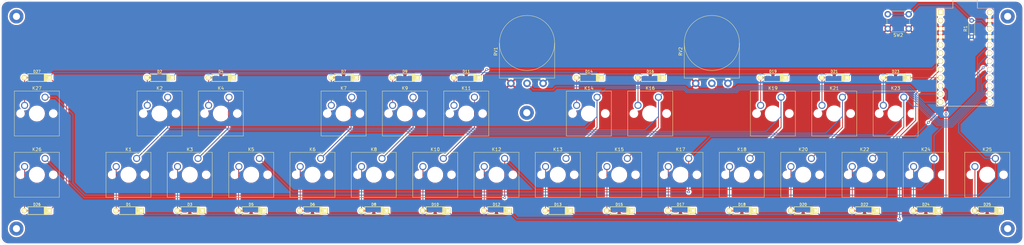
<source format=kicad_pcb>
(kicad_pcb (version 20171130) (host pcbnew "(5.1.6)-1")
  (layers (0 F.Cu signal hide) (31 B.Cu signal hide) (34 B.Paste user) (35 F.Paste user) (36 B.SilkS user) (37 F.SilkS user) (38 B.Mask user) (39 F.Mask user) (44 Edge.Cuts user))
  (net 0 "")
  (net 1 "Net-(D1-Pad2)")
  (net 2 Row2)
  (net 3 "Net-(D2-Pad2)")
  (net 4 Row1)
  (net 5 "Net-(D3-Pad2)")
  (net 6 "Net-(D4-Pad2)")
  (net 7 "Net-(D5-Pad2)")
  (net 8 "Net-(D6-Pad2)")
  (net 9 "Net-(D7-Pad2)")
  (net 10 "Net-(D8-Pad2)")
  (net 11 "Net-(D9-Pad2)")
  (net 12 "Net-(D10-Pad2)")
  (net 13 "Net-(D11-Pad2)")
  (net 14 "Net-(D12-Pad2)")
  (net 15 "Net-(D13-Pad2)")
  (net 16 Row4)
  (net 17 "Net-(D14-Pad2)")
  (net 18 Row3)
  (net 19 "Net-(D15-Pad2)")
  (net 20 "Net-(D16-Pad2)")
  (net 21 "Net-(D17-Pad2)")
  (net 22 "Net-(D18-Pad2)")
  (net 23 "Net-(D19-Pad2)")
  (net 24 "Net-(D20-Pad2)")
  (net 25 "Net-(D21-Pad2)")
  (net 26 "Net-(D22-Pad2)")
  (net 27 "Net-(D23-Pad2)")
  (net 28 "Net-(D24-Pad2)")
  (net 29 "Net-(D25-Pad2)")
  (net 30 "Net-(D26-Pad2)")
  (net 31 "Net-(D27-Pad2)")
  (net 32 Col1)
  (net 33 Col2)
  (net 34 Col3)
  (net 35 Col4)
  (net 36 Col5)
  (net 37 Col6)
  (net 38 Col7)
  (net 39 Col8)
  (net 40 RESET)
  (net 41 VCC)
  (net 42 Pot1)
  (net 43 GND)
  (net 44 Pot2)
  (module MountingHole:MountingHole_2.2mm_M2_Pad (layer F.Cu) (at 156.718 107.442)
    (fp_text reference H5 hide)
    (fp_text value MountingHole)
    (pad 1 thru_hole circle (at 0 0) (size 4.4 4.4) (drill 2.2) (layers *.Cu *.Mask))
  )
  (module MountingHole:MountingHole_2.2mm_M2_Pad (layer F.Cu) (at 306.07 143.51)
    (fp_text reference H4 hide)
    (fp_text value MountingHole)
    (pad 1 thru_hole circle (at 0 0) (size 4.4 4.4) (drill 2.2) (layers *.Cu *.Mask))
  )
  (module MountingHole:MountingHole_2.2mm_M2_Pad (layer F.Cu) (at -1.778 143.51)
    (fp_text reference H3 hide)
    (fp_text value MountingHole)
    (pad 1 thru_hole circle (at 0 0) (size 4.4 4.4) (drill 2.2) (layers *.Cu *.Mask))
  )
  (module MountingHole:MountingHole_2.2mm_M2_Pad (layer F.Cu) (at 306.07 77.47)
    (fp_text reference H2 hide)
    (fp_text value MountingHole)
    (pad 1 thru_hole circle (at 0 0) (size 4.4 4.4) (drill 2.2) (layers *.Cu *.Mask))
  )
  (module MountingHole:MountingHole_2.2mm_M2_Pad (layer F.Cu) (at -1.778 77.47)
    (fp_text reference H1 hide)
    (fp_text value MountingHole)
    (pad 1 thru_hole circle (at 0 0) (size 4.4 4.4) (drill 2.2) (layers *.Cu *.Mask))
  )
  (module promicro:ProMicro (layer F.Cu) (at 292.862 90.17 270)
    (fp_text reference U1 hide)
    (fp_text value ProMicro)
    (pad 24 thru_hole circle (at -13.97 -7.62 270) (size 1.6 1.6) (drill 1.1) (layers *.Cu *.Mask F.SilkS))
    (pad 23 thru_hole circle (at -11.43 -7.62 270) (size 1.6 1.6) (drill 1.1) (layers *.Cu *.Mask F.SilkS) (net 43 GND))
    (pad 22 thru_hole circle (at -8.89 -7.62 270) (size 1.6 1.6) (drill 1.1) (layers *.Cu *.Mask F.SilkS) (net 40 RESET))
    (pad 21 thru_hole circle (at -6.35 -7.62 270) (size 1.6 1.6) (drill 1.1) (layers *.Cu *.Mask F.SilkS) (net 41 VCC))
    (pad 20 thru_hole circle (at -3.81 -7.62 270) (size 1.6 1.6) (drill 1.1) (layers *.Cu *.Mask F.SilkS) (net 32 Col1))
    (pad 19 thru_hole circle (at -1.27 -7.62 270) (size 1.6 1.6) (drill 1.1) (layers *.Cu *.Mask F.SilkS) (net 33 Col2))
    (pad 18 thru_hole circle (at 1.27 -7.62 270) (size 1.6 1.6) (drill 1.1) (layers *.Cu *.Mask F.SilkS) (net 34 Col3))
    (pad 17 thru_hole circle (at 3.81 -7.62 270) (size 1.6 1.6) (drill 1.1) (layers *.Cu *.Mask F.SilkS) (net 35 Col4))
    (pad 16 thru_hole circle (at 6.35 -7.62 270) (size 1.6 1.6) (drill 1.1) (layers *.Cu *.Mask F.SilkS) (net 36 Col5))
    (pad 15 thru_hole circle (at 8.89 -7.62 270) (size 1.6 1.6) (drill 1.1) (layers *.Cu *.Mask F.SilkS) (net 37 Col6))
    (pad 14 thru_hole circle (at 11.43 -7.62 270) (size 1.6 1.6) (drill 1.1) (layers *.Cu *.Mask F.SilkS) (net 38 Col7))
    (pad 13 thru_hole circle (at 13.97 -7.62 270) (size 1.6 1.6) (drill 1.1) (layers *.Cu *.Mask F.SilkS) (net 39 Col8))
    (pad 12 thru_hole circle (at 13.97 7.62 270) (size 1.6 1.6) (drill 1.1) (layers *.Cu *.Mask F.SilkS) (net 42 Pot1))
    (pad 11 thru_hole circle (at 11.43 7.62 270) (size 1.6 1.6) (drill 1.1) (layers *.Cu *.Mask F.SilkS) (net 44 Pot2))
    (pad 10 thru_hole circle (at 8.89 7.62 270) (size 1.6 1.6) (drill 1.1) (layers *.Cu *.Mask F.SilkS) (net 16 Row4))
    (pad 9 thru_hole circle (at 6.35 7.62 270) (size 1.6 1.6) (drill 1.1) (layers *.Cu *.Mask F.SilkS) (net 18 Row3))
    (pad 8 thru_hole circle (at 3.81 7.62 270) (size 1.6 1.6) (drill 1.1) (layers *.Cu *.Mask F.SilkS) (net 2 Row2))
    (pad 7 thru_hole circle (at 1.27 7.62 270) (size 1.6 1.6) (drill 1.1) (layers *.Cu *.Mask F.SilkS) (net 4 Row1))
    (pad 6 thru_hole circle (at -1.27 7.62 270) (size 1.6 1.6) (drill 1.1) (layers *.Cu *.Mask F.SilkS))
    (pad 5 thru_hole circle (at -3.81 7.62 270) (size 1.6 1.6) (drill 1.1) (layers *.Cu *.Mask F.SilkS))
    (pad 4 thru_hole circle (at -6.35 7.62 270) (size 1.6 1.6) (drill 1.1) (layers *.Cu *.Mask F.SilkS) (net 43 GND))
    (pad 3 thru_hole circle (at -8.89 7.62 270) (size 1.6 1.6) (drill 1.1) (layers *.Cu *.Mask F.SilkS) (net 43 GND))
    (pad 2 thru_hole circle (at -11.43 7.62 270) (size 1.6 1.6) (drill 1.1) (layers *.Cu *.Mask F.SilkS))
    (pad 1 thru_hole rect (at -13.97 7.62 270) (size 1.6 1.6) (drill 1.1) (layers *.Cu *.Mask F.SilkS))
  )
  (module Button_Switch_THT:SW_PUSH_6mm (layer F.Cu) (at 275.336 81.28 180)
    (fp_text reference SW2 (at 3.25 -2) (layer F.SilkS))
    (fp_text value SW_PUSH)
    (pad 1 thru_hole circle (at 6.5 0 270) (size 2 2) (drill 1.1) (layers *.Cu *.Mask) (net 43 GND))
    (pad 2 thru_hole circle (at 6.5 4.5 270) (size 2 2) (drill 1.1) (layers *.Cu *.Mask) (net 40 RESET))
    (pad 1 thru_hole circle (at 0 0 270) (size 2 2) (drill 1.1) (layers *.Cu *.Mask) (net 43 GND))
    (pad 2 thru_hole circle (at 0 4.5 270) (size 2 2) (drill 1.1) (layers *.Cu *.Mask) (net 40 RESET))
  )
  (module Potentiometer_THT:Potentiometer_Omeg_PC16BU_Vertical (layer F.Cu) (at 219.202 98.298 90)
    (fp_text reference RV2 (at 9.915 -14.7 90) (layer F.SilkS))
    (fp_text value R_POT)
    (pad 1 thru_hole circle (at 0 0 90) (size 2.34 2.34) (drill 1.3) (layers *.Cu *.Mask) (net 41 VCC))
    (pad 2 thru_hole circle (at 0 -5 90) (size 2.34 2.34) (drill 1.3) (layers *.Cu *.Mask) (net 44 Pot2))
    (pad 3 thru_hole circle (at 0 -10 90) (size 2.34 2.34) (drill 1.3) (layers *.Cu *.Mask) (net 43 GND))
  )
  (module Potentiometer_THT:Potentiometer_Omeg_PC16BU_Vertical (layer F.Cu) (at 161.798 98.298 90)
    (fp_text reference RV1 (at 9.915 -14.7 90) (layer F.SilkS))
    (fp_text value R_POT)
    (pad 1 thru_hole circle (at 0 0 90) (size 2.34 2.34) (drill 1.3) (layers *.Cu *.Mask) (net 41 VCC))
    (pad 2 thru_hole circle (at 0 -5 90) (size 2.34 2.34) (drill 1.3) (layers *.Cu *.Mask) (net 42 Pot1))
    (pad 3 thru_hole circle (at 0 -10 90) (size 2.34 2.34) (drill 1.3) (layers *.Cu *.Mask) (net 43 GND))
  )
  (module Resistor_THT:R_Axial_DIN0204_L3.6mm_D1.6mm_P5.08mm_Horizontal (layer F.Cu) (at 294.894 83.82 90)
    (fp_text reference R1 (at 2.54 -1.92 90) (layer F.SilkS))
    (fp_text value 10k)
    (pad 2 thru_hole oval (at 5.08 0 90) (size 1.4 1.4) (drill 0.7) (layers *.Cu *.Mask) (net 40 RESET))
    (pad 1 thru_hole circle (at 0 0 90) (size 1.4 1.4) (drill 0.7) (layers *.Cu *.Mask) (net 41 VCC))
  )
  (module Button_Switch_Keyboard:SW_Cherry_MX_1.00u_PCB (layer F.Cu) (at 7.112 102.616)
    (fp_text reference K27 (at -2.54 -2.794) (layer F.SilkS))
    (fp_text value KEYSW)
    (pad "" np_thru_hole circle (at 2.54 5.08) (size 1.7 1.7) (drill 1.7) (layers *.Cu *.Mask))
    (pad "" np_thru_hole circle (at -7.62 5.08) (size 1.7 1.7) (drill 1.7) (layers *.Cu *.Mask))
    (pad "" np_thru_hole circle (at -2.54 5.08) (size 4 4) (drill 4) (layers *.Cu *.Mask))
    (pad 2 thru_hole circle (at -6.35 2.54) (size 2.2 2.2) (drill 1.5) (layers *.Cu *.Mask) (net 31 "Net-(D27-Pad2)"))
    (pad 1 thru_hole circle (at 0 0) (size 2.2 2.2) (drill 1.5) (layers *.Cu *.Mask) (net 39 Col8))
  )
  (module Button_Switch_Keyboard:SW_Cherry_MX_1.00u_PCB (layer F.Cu) (at 7.112 121.666)
    (fp_text reference K26 (at -2.54 -2.794) (layer F.SilkS))
    (fp_text value KEYSW)
    (pad "" np_thru_hole circle (at 2.54 5.08) (size 1.7 1.7) (drill 1.7) (layers *.Cu *.Mask))
    (pad "" np_thru_hole circle (at -7.62 5.08) (size 1.7 1.7) (drill 1.7) (layers *.Cu *.Mask))
    (pad "" np_thru_hole circle (at -2.54 5.08) (size 4 4) (drill 4) (layers *.Cu *.Mask))
    (pad 2 thru_hole circle (at -6.35 2.54) (size 2.2 2.2) (drill 1.5) (layers *.Cu *.Mask) (net 30 "Net-(D26-Pad2)"))
    (pad 1 thru_hole circle (at 0 0) (size 2.2 2.2) (drill 1.5) (layers *.Cu *.Mask) (net 38 Col7))
  )
  (module Button_Switch_Keyboard:SW_Cherry_MX_1.00u_PCB (layer F.Cu) (at 302.26 121.666)
    (fp_text reference K25 (at -2.54 -2.794) (layer F.SilkS))
    (fp_text value KEYSW)
    (pad "" np_thru_hole circle (at 2.54 5.08) (size 1.7 1.7) (drill 1.7) (layers *.Cu *.Mask))
    (pad "" np_thru_hole circle (at -7.62 5.08) (size 1.7 1.7) (drill 1.7) (layers *.Cu *.Mask))
    (pad "" np_thru_hole circle (at -2.54 5.08) (size 4 4) (drill 4) (layers *.Cu *.Mask))
    (pad 2 thru_hole circle (at -6.35 2.54) (size 2.2 2.2) (drill 1.5) (layers *.Cu *.Mask) (net 29 "Net-(D25-Pad2)"))
    (pad 1 thru_hole circle (at 0 0) (size 2.2 2.2) (drill 1.5) (layers *.Cu *.Mask) (net 39 Col8))
  )
  (module Button_Switch_Keyboard:SW_Cherry_MX_1.00u_PCB (layer F.Cu) (at 283.21 121.666)
    (fp_text reference K24 (at -2.54 -2.794) (layer F.SilkS))
    (fp_text value KEYSW)
    (pad "" np_thru_hole circle (at 2.54 5.08) (size 1.7 1.7) (drill 1.7) (layers *.Cu *.Mask))
    (pad "" np_thru_hole circle (at -7.62 5.08) (size 1.7 1.7) (drill 1.7) (layers *.Cu *.Mask))
    (pad "" np_thru_hole circle (at -2.54 5.08) (size 4 4) (drill 4) (layers *.Cu *.Mask))
    (pad 2 thru_hole circle (at -6.35 2.54) (size 2.2 2.2) (drill 1.5) (layers *.Cu *.Mask) (net 28 "Net-(D24-Pad2)"))
    (pad 1 thru_hole circle (at 0 0) (size 2.2 2.2) (drill 1.5) (layers *.Cu *.Mask) (net 38 Col7))
  )
  (module Button_Switch_Keyboard:SW_Cherry_MX_1.00u_PCB (layer F.Cu) (at 273.812 102.616)
    (fp_text reference K23 (at -2.54 -2.794) (layer F.SilkS))
    (fp_text value KEYSW)
    (pad "" np_thru_hole circle (at 2.54 5.08) (size 1.7 1.7) (drill 1.7) (layers *.Cu *.Mask))
    (pad "" np_thru_hole circle (at -7.62 5.08) (size 1.7 1.7) (drill 1.7) (layers *.Cu *.Mask))
    (pad "" np_thru_hole circle (at -2.54 5.08) (size 4 4) (drill 4) (layers *.Cu *.Mask))
    (pad 2 thru_hole circle (at -6.35 2.54) (size 2.2 2.2) (drill 1.5) (layers *.Cu *.Mask) (net 27 "Net-(D23-Pad2)"))
    (pad 1 thru_hole circle (at 0 0) (size 2.2 2.2) (drill 1.5) (layers *.Cu *.Mask) (net 37 Col6))
  )
  (module Button_Switch_Keyboard:SW_Cherry_MX_1.00u_PCB (layer F.Cu) (at 264.16 121.666)
    (fp_text reference K22 (at -2.54 -2.794) (layer F.SilkS))
    (fp_text value KEYSW)
    (pad "" np_thru_hole circle (at 2.54 5.08) (size 1.7 1.7) (drill 1.7) (layers *.Cu *.Mask))
    (pad "" np_thru_hole circle (at -7.62 5.08) (size 1.7 1.7) (drill 1.7) (layers *.Cu *.Mask))
    (pad "" np_thru_hole circle (at -2.54 5.08) (size 4 4) (drill 4) (layers *.Cu *.Mask))
    (pad 2 thru_hole circle (at -6.35 2.54) (size 2.2 2.2) (drill 1.5) (layers *.Cu *.Mask) (net 26 "Net-(D22-Pad2)"))
    (pad 1 thru_hole circle (at 0 0) (size 2.2 2.2) (drill 1.5) (layers *.Cu *.Mask) (net 37 Col6))
  )
  (module Button_Switch_Keyboard:SW_Cherry_MX_1.00u_PCB (layer F.Cu) (at 254.762 102.616)
    (fp_text reference K21 (at -2.54 -2.794) (layer F.SilkS))
    (fp_text value KEYSW)
    (pad "" np_thru_hole circle (at 2.54 5.08) (size 1.7 1.7) (drill 1.7) (layers *.Cu *.Mask))
    (pad "" np_thru_hole circle (at -7.62 5.08) (size 1.7 1.7) (drill 1.7) (layers *.Cu *.Mask))
    (pad "" np_thru_hole circle (at -2.54 5.08) (size 4 4) (drill 4) (layers *.Cu *.Mask))
    (pad 2 thru_hole circle (at -6.35 2.54) (size 2.2 2.2) (drill 1.5) (layers *.Cu *.Mask) (net 25 "Net-(D21-Pad2)"))
    (pad 1 thru_hole circle (at 0 0) (size 2.2 2.2) (drill 1.5) (layers *.Cu *.Mask) (net 36 Col5))
  )
  (module Button_Switch_Keyboard:SW_Cherry_MX_1.00u_PCB (layer F.Cu) (at 245.11 121.666)
    (fp_text reference K20 (at -2.54 -2.794) (layer F.SilkS))
    (fp_text value KEYSW)
    (pad "" np_thru_hole circle (at 2.54 5.08) (size 1.7 1.7) (drill 1.7) (layers *.Cu *.Mask))
    (pad "" np_thru_hole circle (at -7.62 5.08) (size 1.7 1.7) (drill 1.7) (layers *.Cu *.Mask))
    (pad "" np_thru_hole circle (at -2.54 5.08) (size 4 4) (drill 4) (layers *.Cu *.Mask))
    (pad 2 thru_hole circle (at -6.35 2.54) (size 2.2 2.2) (drill 1.5) (layers *.Cu *.Mask) (net 24 "Net-(D20-Pad2)"))
    (pad 1 thru_hole circle (at 0 0) (size 2.2 2.2) (drill 1.5) (layers *.Cu *.Mask) (net 36 Col5))
  )
  (module Button_Switch_Keyboard:SW_Cherry_MX_1.00u_PCB (layer F.Cu) (at 235.712 102.616)
    (fp_text reference K19 (at -2.54 -2.794) (layer F.SilkS))
    (fp_text value KEYSW)
    (pad "" np_thru_hole circle (at 2.54 5.08) (size 1.7 1.7) (drill 1.7) (layers *.Cu *.Mask))
    (pad "" np_thru_hole circle (at -7.62 5.08) (size 1.7 1.7) (drill 1.7) (layers *.Cu *.Mask))
    (pad "" np_thru_hole circle (at -2.54 5.08) (size 4 4) (drill 4) (layers *.Cu *.Mask))
    (pad 2 thru_hole circle (at -6.35 2.54) (size 2.2 2.2) (drill 1.5) (layers *.Cu *.Mask) (net 23 "Net-(D19-Pad2)"))
    (pad 1 thru_hole circle (at 0 0) (size 2.2 2.2) (drill 1.5) (layers *.Cu *.Mask) (net 35 Col4))
  )
  (module Button_Switch_Keyboard:SW_Cherry_MX_1.00u_PCB (layer F.Cu) (at 226.06 121.666)
    (fp_text reference K18 (at -2.54 -2.794) (layer F.SilkS))
    (fp_text value KEYSW)
    (pad "" np_thru_hole circle (at 2.54 5.08) (size 1.7 1.7) (drill 1.7) (layers *.Cu *.Mask))
    (pad "" np_thru_hole circle (at -7.62 5.08) (size 1.7 1.7) (drill 1.7) (layers *.Cu *.Mask))
    (pad "" np_thru_hole circle (at -2.54 5.08) (size 4 4) (drill 4) (layers *.Cu *.Mask))
    (pad 2 thru_hole circle (at -6.35 2.54) (size 2.2 2.2) (drill 1.5) (layers *.Cu *.Mask) (net 22 "Net-(D18-Pad2)"))
    (pad 1 thru_hole circle (at 0 0) (size 2.2 2.2) (drill 1.5) (layers *.Cu *.Mask) (net 35 Col4))
  )
  (module Button_Switch_Keyboard:SW_Cherry_MX_1.00u_PCB (layer F.Cu) (at 207.01 121.666)
    (fp_text reference K17 (at -2.54 -2.794) (layer F.SilkS))
    (fp_text value KEYSW)
    (pad "" np_thru_hole circle (at 2.54 5.08) (size 1.7 1.7) (drill 1.7) (layers *.Cu *.Mask))
    (pad "" np_thru_hole circle (at -7.62 5.08) (size 1.7 1.7) (drill 1.7) (layers *.Cu *.Mask))
    (pad "" np_thru_hole circle (at -2.54 5.08) (size 4 4) (drill 4) (layers *.Cu *.Mask))
    (pad 2 thru_hole circle (at -6.35 2.54) (size 2.2 2.2) (drill 1.5) (layers *.Cu *.Mask) (net 21 "Net-(D17-Pad2)"))
    (pad 1 thru_hole circle (at 0 0) (size 2.2 2.2) (drill 1.5) (layers *.Cu *.Mask) (net 34 Col3))
  )
  (module Button_Switch_Keyboard:SW_Cherry_MX_1.00u_PCB (layer F.Cu) (at 197.612 102.616)
    (fp_text reference K16 (at -2.54 -2.794) (layer F.SilkS))
    (fp_text value KEYSW)
    (pad "" np_thru_hole circle (at 2.54 5.08) (size 1.7 1.7) (drill 1.7) (layers *.Cu *.Mask))
    (pad "" np_thru_hole circle (at -7.62 5.08) (size 1.7 1.7) (drill 1.7) (layers *.Cu *.Mask))
    (pad "" np_thru_hole circle (at -2.54 5.08) (size 4 4) (drill 4) (layers *.Cu *.Mask))
    (pad 2 thru_hole circle (at -6.35 2.54) (size 2.2 2.2) (drill 1.5) (layers *.Cu *.Mask) (net 20 "Net-(D16-Pad2)"))
    (pad 1 thru_hole circle (at 0 0) (size 2.2 2.2) (drill 1.5) (layers *.Cu *.Mask) (net 33 Col2))
  )
  (module Button_Switch_Keyboard:SW_Cherry_MX_1.00u_PCB (layer F.Cu) (at 187.96 121.666)
    (fp_text reference K15 (at -2.54 -2.794) (layer F.SilkS))
    (fp_text value KEYSW)
    (pad "" np_thru_hole circle (at 2.54 5.08) (size 1.7 1.7) (drill 1.7) (layers *.Cu *.Mask))
    (pad "" np_thru_hole circle (at -7.62 5.08) (size 1.7 1.7) (drill 1.7) (layers *.Cu *.Mask))
    (pad "" np_thru_hole circle (at -2.54 5.08) (size 4 4) (drill 4) (layers *.Cu *.Mask))
    (pad 2 thru_hole circle (at -6.35 2.54) (size 2.2 2.2) (drill 1.5) (layers *.Cu *.Mask) (net 19 "Net-(D15-Pad2)"))
    (pad 1 thru_hole circle (at 0 0) (size 2.2 2.2) (drill 1.5) (layers *.Cu *.Mask) (net 33 Col2))
  )
  (module Button_Switch_Keyboard:SW_Cherry_MX_1.00u_PCB (layer F.Cu) (at 178.562 102.616)
    (fp_text reference K14 (at -2.54 -2.794) (layer F.SilkS))
    (fp_text value KEYSW)
    (pad "" np_thru_hole circle (at 2.54 5.08) (size 1.7 1.7) (drill 1.7) (layers *.Cu *.Mask))
    (pad "" np_thru_hole circle (at -7.62 5.08) (size 1.7 1.7) (drill 1.7) (layers *.Cu *.Mask))
    (pad "" np_thru_hole circle (at -2.54 5.08) (size 4 4) (drill 4) (layers *.Cu *.Mask))
    (pad 2 thru_hole circle (at -6.35 2.54) (size 2.2 2.2) (drill 1.5) (layers *.Cu *.Mask) (net 17 "Net-(D14-Pad2)"))
    (pad 1 thru_hole circle (at 0 0) (size 2.2 2.2) (drill 1.5) (layers *.Cu *.Mask) (net 32 Col1))
  )
  (module Button_Switch_Keyboard:SW_Cherry_MX_1.00u_PCB (layer F.Cu) (at 168.91 121.666)
    (fp_text reference K13 (at -2.54 -2.794) (layer F.SilkS))
    (fp_text value KEYSW)
    (pad "" np_thru_hole circle (at 2.54 5.08) (size 1.7 1.7) (drill 1.7) (layers *.Cu *.Mask))
    (pad "" np_thru_hole circle (at -7.62 5.08) (size 1.7 1.7) (drill 1.7) (layers *.Cu *.Mask))
    (pad "" np_thru_hole circle (at -2.54 5.08) (size 4 4) (drill 4) (layers *.Cu *.Mask))
    (pad 2 thru_hole circle (at -6.35 2.54) (size 2.2 2.2) (drill 1.5) (layers *.Cu *.Mask) (net 15 "Net-(D13-Pad2)"))
    (pad 1 thru_hole circle (at 0 0) (size 2.2 2.2) (drill 1.5) (layers *.Cu *.Mask) (net 32 Col1))
  )
  (module Button_Switch_Keyboard:SW_Cherry_MX_1.00u_PCB (layer F.Cu) (at 149.86 121.666)
    (fp_text reference K12 (at -2.54 -2.794) (layer F.SilkS))
    (fp_text value KEYSW)
    (pad "" np_thru_hole circle (at 2.54 5.08) (size 1.7 1.7) (drill 1.7) (layers *.Cu *.Mask))
    (pad "" np_thru_hole circle (at -7.62 5.08) (size 1.7 1.7) (drill 1.7) (layers *.Cu *.Mask))
    (pad "" np_thru_hole circle (at -2.54 5.08) (size 4 4) (drill 4) (layers *.Cu *.Mask))
    (pad 2 thru_hole circle (at -6.35 2.54) (size 2.2 2.2) (drill 1.5) (layers *.Cu *.Mask) (net 14 "Net-(D12-Pad2)"))
    (pad 1 thru_hole circle (at 0 0) (size 2.2 2.2) (drill 1.5) (layers *.Cu *.Mask) (net 38 Col7))
  )
  (module Button_Switch_Keyboard:SW_Cherry_MX_1.00u_PCB (layer F.Cu) (at 140.462 102.616)
    (fp_text reference K11 (at -2.54 -2.794) (layer F.SilkS))
    (fp_text value KEYSW)
    (pad "" np_thru_hole circle (at 2.54 5.08) (size 1.7 1.7) (drill 1.7) (layers *.Cu *.Mask))
    (pad "" np_thru_hole circle (at -7.62 5.08) (size 1.7 1.7) (drill 1.7) (layers *.Cu *.Mask))
    (pad "" np_thru_hole circle (at -2.54 5.08) (size 4 4) (drill 4) (layers *.Cu *.Mask))
    (pad 2 thru_hole circle (at -6.35 2.54) (size 2.2 2.2) (drill 1.5) (layers *.Cu *.Mask) (net 13 "Net-(D11-Pad2)"))
    (pad 1 thru_hole circle (at 0 0) (size 2.2 2.2) (drill 1.5) (layers *.Cu *.Mask) (net 37 Col6))
  )
  (module Button_Switch_Keyboard:SW_Cherry_MX_1.00u_PCB (layer F.Cu) (at 130.81 121.666)
    (fp_text reference K10 (at -2.54 -2.794) (layer F.SilkS))
    (fp_text value KEYSW)
    (pad "" np_thru_hole circle (at 2.54 5.08) (size 1.7 1.7) (drill 1.7) (layers *.Cu *.Mask))
    (pad "" np_thru_hole circle (at -7.62 5.08) (size 1.7 1.7) (drill 1.7) (layers *.Cu *.Mask))
    (pad "" np_thru_hole circle (at -2.54 5.08) (size 4 4) (drill 4) (layers *.Cu *.Mask))
    (pad 2 thru_hole circle (at -6.35 2.54) (size 2.2 2.2) (drill 1.5) (layers *.Cu *.Mask) (net 12 "Net-(D10-Pad2)"))
    (pad 1 thru_hole circle (at 0 0) (size 2.2 2.2) (drill 1.5) (layers *.Cu *.Mask) (net 37 Col6))
  )
  (module Button_Switch_Keyboard:SW_Cherry_MX_1.00u_PCB (layer F.Cu) (at 121.412 102.616)
    (fp_text reference K9 (at -2.54 -2.794) (layer F.SilkS))
    (fp_text value KEYSW)
    (pad "" np_thru_hole circle (at 2.54 5.08) (size 1.7 1.7) (drill 1.7) (layers *.Cu *.Mask))
    (pad "" np_thru_hole circle (at -7.62 5.08) (size 1.7 1.7) (drill 1.7) (layers *.Cu *.Mask))
    (pad "" np_thru_hole circle (at -2.54 5.08) (size 4 4) (drill 4) (layers *.Cu *.Mask))
    (pad 2 thru_hole circle (at -6.35 2.54) (size 2.2 2.2) (drill 1.5) (layers *.Cu *.Mask) (net 11 "Net-(D9-Pad2)"))
    (pad 1 thru_hole circle (at 0 0) (size 2.2 2.2) (drill 1.5) (layers *.Cu *.Mask) (net 36 Col5))
  )
  (module Button_Switch_Keyboard:SW_Cherry_MX_1.00u_PCB (layer F.Cu) (at 111.76 121.666)
    (fp_text reference K8 (at -2.54 -2.794) (layer F.SilkS))
    (fp_text value KEYSW)
    (pad "" np_thru_hole circle (at 2.54 5.08) (size 1.7 1.7) (drill 1.7) (layers *.Cu *.Mask))
    (pad "" np_thru_hole circle (at -7.62 5.08) (size 1.7 1.7) (drill 1.7) (layers *.Cu *.Mask))
    (pad "" np_thru_hole circle (at -2.54 5.08) (size 4 4) (drill 4) (layers *.Cu *.Mask))
    (pad 2 thru_hole circle (at -6.35 2.54) (size 2.2 2.2) (drill 1.5) (layers *.Cu *.Mask) (net 10 "Net-(D8-Pad2)"))
    (pad 1 thru_hole circle (at 0 0) (size 2.2 2.2) (drill 1.5) (layers *.Cu *.Mask) (net 36 Col5))
  )
  (module Button_Switch_Keyboard:SW_Cherry_MX_1.00u_PCB (layer F.Cu) (at 102.362 102.616)
    (fp_text reference K7 (at -2.54 -2.794) (layer F.SilkS))
    (fp_text value KEYSW)
    (pad "" np_thru_hole circle (at 2.54 5.08) (size 1.7 1.7) (drill 1.7) (layers *.Cu *.Mask))
    (pad "" np_thru_hole circle (at -7.62 5.08) (size 1.7 1.7) (drill 1.7) (layers *.Cu *.Mask))
    (pad "" np_thru_hole circle (at -2.54 5.08) (size 4 4) (drill 4) (layers *.Cu *.Mask))
    (pad 2 thru_hole circle (at -6.35 2.54) (size 2.2 2.2) (drill 1.5) (layers *.Cu *.Mask) (net 9 "Net-(D7-Pad2)"))
    (pad 1 thru_hole circle (at 0 0) (size 2.2 2.2) (drill 1.5) (layers *.Cu *.Mask) (net 35 Col4))
  )
  (module Button_Switch_Keyboard:SW_Cherry_MX_1.00u_PCB (layer F.Cu) (at 92.71 121.666)
    (fp_text reference K6 (at -2.54 -2.794) (layer F.SilkS))
    (fp_text value KEYSW)
    (pad "" np_thru_hole circle (at 2.54 5.08) (size 1.7 1.7) (drill 1.7) (layers *.Cu *.Mask))
    (pad "" np_thru_hole circle (at -7.62 5.08) (size 1.7 1.7) (drill 1.7) (layers *.Cu *.Mask))
    (pad "" np_thru_hole circle (at -2.54 5.08) (size 4 4) (drill 4) (layers *.Cu *.Mask))
    (pad 2 thru_hole circle (at -6.35 2.54) (size 2.2 2.2) (drill 1.5) (layers *.Cu *.Mask) (net 8 "Net-(D6-Pad2)"))
    (pad 1 thru_hole circle (at 0 0) (size 2.2 2.2) (drill 1.5) (layers *.Cu *.Mask) (net 35 Col4))
  )
  (module Button_Switch_Keyboard:SW_Cherry_MX_1.00u_PCB (layer F.Cu) (at 73.66 121.666)
    (fp_text reference K5 (at -2.54 -2.794) (layer F.SilkS))
    (fp_text value KEYSW)
    (pad "" np_thru_hole circle (at 2.54 5.08) (size 1.7 1.7) (drill 1.7) (layers *.Cu *.Mask))
    (pad "" np_thru_hole circle (at -7.62 5.08) (size 1.7 1.7) (drill 1.7) (layers *.Cu *.Mask))
    (pad "" np_thru_hole circle (at -2.54 5.08) (size 4 4) (drill 4) (layers *.Cu *.Mask))
    (pad 2 thru_hole circle (at -6.35 2.54) (size 2.2 2.2) (drill 1.5) (layers *.Cu *.Mask) (net 7 "Net-(D5-Pad2)"))
    (pad 1 thru_hole circle (at 0 0) (size 2.2 2.2) (drill 1.5) (layers *.Cu *.Mask) (net 34 Col3))
  )
  (module Button_Switch_Keyboard:SW_Cherry_MX_1.00u_PCB (layer F.Cu) (at 64.262 102.616)
    (fp_text reference K4 (at -2.54 -2.794) (layer F.SilkS))
    (fp_text value KEYSW)
    (pad "" np_thru_hole circle (at 2.54 5.08) (size 1.7 1.7) (drill 1.7) (layers *.Cu *.Mask))
    (pad "" np_thru_hole circle (at -7.62 5.08) (size 1.7 1.7) (drill 1.7) (layers *.Cu *.Mask))
    (pad "" np_thru_hole circle (at -2.54 5.08) (size 4 4) (drill 4) (layers *.Cu *.Mask))
    (pad 2 thru_hole circle (at -6.35 2.54) (size 2.2 2.2) (drill 1.5) (layers *.Cu *.Mask) (net 6 "Net-(D4-Pad2)"))
    (pad 1 thru_hole circle (at 0 0) (size 2.2 2.2) (drill 1.5) (layers *.Cu *.Mask) (net 33 Col2))
  )
  (module Button_Switch_Keyboard:SW_Cherry_MX_1.00u_PCB (layer F.Cu) (at 54.61 121.666)
    (fp_text reference K3 (at -2.54 -2.794) (layer F.SilkS))
    (fp_text value KEYSW)
    (pad "" np_thru_hole circle (at 2.54 5.08) (size 1.7 1.7) (drill 1.7) (layers *.Cu *.Mask))
    (pad "" np_thru_hole circle (at -7.62 5.08) (size 1.7 1.7) (drill 1.7) (layers *.Cu *.Mask))
    (pad "" np_thru_hole circle (at -2.54 5.08) (size 4 4) (drill 4) (layers *.Cu *.Mask))
    (pad 2 thru_hole circle (at -6.35 2.54) (size 2.2 2.2) (drill 1.5) (layers *.Cu *.Mask) (net 5 "Net-(D3-Pad2)"))
    (pad 1 thru_hole circle (at 0 0) (size 2.2 2.2) (drill 1.5) (layers *.Cu *.Mask) (net 33 Col2))
  )
  (module Button_Switch_Keyboard:SW_Cherry_MX_1.00u_PCB (layer F.Cu) (at 45.212 102.616)
    (fp_text reference K2 (at -2.54 -2.794) (layer F.SilkS))
    (fp_text value KEYSW)
    (pad "" np_thru_hole circle (at 2.54 5.08) (size 1.7 1.7) (drill 1.7) (layers *.Cu *.Mask))
    (pad "" np_thru_hole circle (at -7.62 5.08) (size 1.7 1.7) (drill 1.7) (layers *.Cu *.Mask))
    (pad "" np_thru_hole circle (at -2.54 5.08) (size 4 4) (drill 4) (layers *.Cu *.Mask))
    (pad 2 thru_hole circle (at -6.35 2.54) (size 2.2 2.2) (drill 1.5) (layers *.Cu *.Mask) (net 3 "Net-(D2-Pad2)"))
    (pad 1 thru_hole circle (at 0 0) (size 2.2 2.2) (drill 1.5) (layers *.Cu *.Mask) (net 32 Col1))
  )
  (module Button_Switch_Keyboard:SW_Cherry_MX_1.00u_PCB (layer F.Cu) (at 35.56 121.666)
    (fp_text reference K1 (at -2.54 -2.794) (layer F.SilkS))
    (fp_text value KEYSW)
    (pad "" np_thru_hole circle (at 2.54 5.08) (size 1.7 1.7) (drill 1.7) (layers *.Cu *.Mask))
    (pad "" np_thru_hole circle (at -7.62 5.08) (size 1.7 1.7) (drill 1.7) (layers *.Cu *.Mask))
    (pad "" np_thru_hole circle (at -2.54 5.08) (size 4 4) (drill 4) (layers *.Cu *.Mask))
    (pad 2 thru_hole circle (at -6.35 2.54) (size 2.2 2.2) (drill 1.5) (layers *.Cu *.Mask) (net 1 "Net-(D1-Pad2)"))
    (pad 1 thru_hole circle (at 0 0) (size 2.2 2.2) (drill 1.5) (layers *.Cu *.Mask) (net 32 Col1))
  )
  (module keyboard_parts:D_SOD123_axial (layer F.Cu) (at 4.572 96.52 180)
    (fp_text reference D27 (at 0 1.925) (layer F.SilkS) (effects (font (size 0.8 0.8))))
    (fp_text value D hide)
    (pad 2 smd rect (at 2.7 0 180) (size 2.5 0.5) (layers F.Cu) (net 31 "Net-(D27-Pad2)"))
    (pad 1 smd rect (at -2.7 0 180) (size 2.5 0.5) (layers F.Cu) (net 18 Row3))
    (pad 2 thru_hole circle (at 3.9 0 180) (size 1.6 1.6) (drill 0.7) (layers *.Cu *.Mask F.SilkS) (net 31 "Net-(D27-Pad2)"))
    (pad 1 thru_hole rect (at -3.9 0 180) (size 1.6 1.6) (drill 0.7) (layers *.Cu *.Mask F.SilkS) (net 18 Row3))
    (pad 1 smd rect (at -1.575 0 180) (size 1.2 1.2) (layers F.Cu F.Paste F.Mask) (net 18 Row3))
    (pad 2 smd rect (at 1.575 0 180) (size 1.2 1.2) (layers F.Cu F.Paste F.Mask) (net 31 "Net-(D27-Pad2)"))
  )
  (module keyboard_parts:D_SOD123_axial (layer F.Cu) (at 4.572 137.922 180)
    (fp_text reference D26 (at 0 1.925) (layer F.SilkS) (effects (font (size 0.8 0.8))))
    (fp_text value D hide)
    (pad 2 smd rect (at 2.7 0 180) (size 2.5 0.5) (layers F.Cu) (net 30 "Net-(D26-Pad2)"))
    (pad 1 smd rect (at -2.7 0 180) (size 2.5 0.5) (layers F.Cu) (net 18 Row3))
    (pad 2 thru_hole circle (at 3.9 0 180) (size 1.6 1.6) (drill 0.7) (layers *.Cu *.Mask F.SilkS) (net 30 "Net-(D26-Pad2)"))
    (pad 1 thru_hole rect (at -3.9 0 180) (size 1.6 1.6) (drill 0.7) (layers *.Cu *.Mask F.SilkS) (net 18 Row3))
    (pad 1 smd rect (at -1.575 0 180) (size 1.2 1.2) (layers F.Cu F.Paste F.Mask) (net 18 Row3))
    (pad 2 smd rect (at 1.575 0 180) (size 1.2 1.2) (layers F.Cu F.Paste F.Mask) (net 30 "Net-(D26-Pad2)"))
  )
  (module keyboard_parts:D_SOD123_axial (layer F.Cu) (at 299.72 137.922 180)
    (fp_text reference D25 (at 0 1.925) (layer F.SilkS) (effects (font (size 0.8 0.8))))
    (fp_text value D hide)
    (pad 2 smd rect (at 2.7 0 180) (size 2.5 0.5) (layers F.Cu) (net 29 "Net-(D25-Pad2)"))
    (pad 1 smd rect (at -2.7 0 180) (size 2.5 0.5) (layers F.Cu) (net 16 Row4))
    (pad 2 thru_hole circle (at 3.9 0 180) (size 1.6 1.6) (drill 0.7) (layers *.Cu *.Mask F.SilkS) (net 29 "Net-(D25-Pad2)"))
    (pad 1 thru_hole rect (at -3.9 0 180) (size 1.6 1.6) (drill 0.7) (layers *.Cu *.Mask F.SilkS) (net 16 Row4))
    (pad 1 smd rect (at -1.575 0 180) (size 1.2 1.2) (layers F.Cu F.Paste F.Mask) (net 16 Row4))
    (pad 2 smd rect (at 1.575 0 180) (size 1.2 1.2) (layers F.Cu F.Paste F.Mask) (net 29 "Net-(D25-Pad2)"))
  )
  (module keyboard_parts:D_SOD123_axial (layer F.Cu) (at 280.67 137.922 180)
    (fp_text reference D24 (at 0 1.925) (layer F.SilkS) (effects (font (size 0.8 0.8))))
    (fp_text value D hide)
    (pad 2 smd rect (at 2.7 0 180) (size 2.5 0.5) (layers F.Cu) (net 28 "Net-(D24-Pad2)"))
    (pad 1 smd rect (at -2.7 0 180) (size 2.5 0.5) (layers F.Cu) (net 16 Row4))
    (pad 2 thru_hole circle (at 3.9 0 180) (size 1.6 1.6) (drill 0.7) (layers *.Cu *.Mask F.SilkS) (net 28 "Net-(D24-Pad2)"))
    (pad 1 thru_hole rect (at -3.9 0 180) (size 1.6 1.6) (drill 0.7) (layers *.Cu *.Mask F.SilkS) (net 16 Row4))
    (pad 1 smd rect (at -1.575 0 180) (size 1.2 1.2) (layers F.Cu F.Paste F.Mask) (net 16 Row4))
    (pad 2 smd rect (at 1.575 0 180) (size 1.2 1.2) (layers F.Cu F.Paste F.Mask) (net 28 "Net-(D24-Pad2)"))
  )
  (module keyboard_parts:D_SOD123_axial (layer F.Cu) (at 271.272 96.52 180)
    (fp_text reference D23 (at 0 1.925) (layer F.SilkS) (effects (font (size 0.8 0.8))))
    (fp_text value D hide)
    (pad 2 smd rect (at 2.7 0 180) (size 2.5 0.5) (layers F.Cu) (net 27 "Net-(D23-Pad2)"))
    (pad 1 smd rect (at -2.7 0 180) (size 2.5 0.5) (layers F.Cu) (net 18 Row3))
    (pad 2 thru_hole circle (at 3.9 0 180) (size 1.6 1.6) (drill 0.7) (layers *.Cu *.Mask F.SilkS) (net 27 "Net-(D23-Pad2)"))
    (pad 1 thru_hole rect (at -3.9 0 180) (size 1.6 1.6) (drill 0.7) (layers *.Cu *.Mask F.SilkS) (net 18 Row3))
    (pad 1 smd rect (at -1.575 0 180) (size 1.2 1.2) (layers F.Cu F.Paste F.Mask) (net 18 Row3))
    (pad 2 smd rect (at 1.575 0 180) (size 1.2 1.2) (layers F.Cu F.Paste F.Mask) (net 27 "Net-(D23-Pad2)"))
  )
  (module keyboard_parts:D_SOD123_axial (layer F.Cu) (at 261.62 137.922 180)
    (fp_text reference D22 (at 0 1.925) (layer F.SilkS) (effects (font (size 0.8 0.8))))
    (fp_text value D hide)
    (pad 2 smd rect (at 2.7 0 180) (size 2.5 0.5) (layers F.Cu) (net 26 "Net-(D22-Pad2)"))
    (pad 1 smd rect (at -2.7 0 180) (size 2.5 0.5) (layers F.Cu) (net 16 Row4))
    (pad 2 thru_hole circle (at 3.9 0 180) (size 1.6 1.6) (drill 0.7) (layers *.Cu *.Mask F.SilkS) (net 26 "Net-(D22-Pad2)"))
    (pad 1 thru_hole rect (at -3.9 0 180) (size 1.6 1.6) (drill 0.7) (layers *.Cu *.Mask F.SilkS) (net 16 Row4))
    (pad 1 smd rect (at -1.575 0 180) (size 1.2 1.2) (layers F.Cu F.Paste F.Mask) (net 16 Row4))
    (pad 2 smd rect (at 1.575 0 180) (size 1.2 1.2) (layers F.Cu F.Paste F.Mask) (net 26 "Net-(D22-Pad2)"))
  )
  (module keyboard_parts:D_SOD123_axial (layer F.Cu) (at 252.222 96.52 180)
    (fp_text reference D21 (at 0 1.925) (layer F.SilkS) (effects (font (size 0.8 0.8))))
    (fp_text value D hide)
    (pad 2 smd rect (at 2.7 0 180) (size 2.5 0.5) (layers F.Cu) (net 25 "Net-(D21-Pad2)"))
    (pad 1 smd rect (at -2.7 0 180) (size 2.5 0.5) (layers F.Cu) (net 18 Row3))
    (pad 2 thru_hole circle (at 3.9 0 180) (size 1.6 1.6) (drill 0.7) (layers *.Cu *.Mask F.SilkS) (net 25 "Net-(D21-Pad2)"))
    (pad 1 thru_hole rect (at -3.9 0 180) (size 1.6 1.6) (drill 0.7) (layers *.Cu *.Mask F.SilkS) (net 18 Row3))
    (pad 1 smd rect (at -1.575 0 180) (size 1.2 1.2) (layers F.Cu F.Paste F.Mask) (net 18 Row3))
    (pad 2 smd rect (at 1.575 0 180) (size 1.2 1.2) (layers F.Cu F.Paste F.Mask) (net 25 "Net-(D21-Pad2)"))
  )
  (module keyboard_parts:D_SOD123_axial (layer F.Cu) (at 242.57 137.922 180)
    (fp_text reference D20 (at 0 1.925) (layer F.SilkS) (effects (font (size 0.8 0.8))))
    (fp_text value D hide)
    (pad 2 smd rect (at 2.7 0 180) (size 2.5 0.5) (layers F.Cu) (net 24 "Net-(D20-Pad2)"))
    (pad 1 smd rect (at -2.7 0 180) (size 2.5 0.5) (layers F.Cu) (net 16 Row4))
    (pad 2 thru_hole circle (at 3.9 0 180) (size 1.6 1.6) (drill 0.7) (layers *.Cu *.Mask F.SilkS) (net 24 "Net-(D20-Pad2)"))
    (pad 1 thru_hole rect (at -3.9 0 180) (size 1.6 1.6) (drill 0.7) (layers *.Cu *.Mask F.SilkS) (net 16 Row4))
    (pad 1 smd rect (at -1.575 0 180) (size 1.2 1.2) (layers F.Cu F.Paste F.Mask) (net 16 Row4))
    (pad 2 smd rect (at 1.575 0 180) (size 1.2 1.2) (layers F.Cu F.Paste F.Mask) (net 24 "Net-(D20-Pad2)"))
  )
  (module keyboard_parts:D_SOD123_axial (layer F.Cu) (at 233.172 96.52 180)
    (fp_text reference D19 (at 0 1.925) (layer F.SilkS) (effects (font (size 0.8 0.8))))
    (fp_text value D hide)
    (pad 2 smd rect (at 2.7 0 180) (size 2.5 0.5) (layers F.Cu) (net 23 "Net-(D19-Pad2)"))
    (pad 1 smd rect (at -2.7 0 180) (size 2.5 0.5) (layers F.Cu) (net 18 Row3))
    (pad 2 thru_hole circle (at 3.9 0 180) (size 1.6 1.6) (drill 0.7) (layers *.Cu *.Mask F.SilkS) (net 23 "Net-(D19-Pad2)"))
    (pad 1 thru_hole rect (at -3.9 0 180) (size 1.6 1.6) (drill 0.7) (layers *.Cu *.Mask F.SilkS) (net 18 Row3))
    (pad 1 smd rect (at -1.575 0 180) (size 1.2 1.2) (layers F.Cu F.Paste F.Mask) (net 18 Row3))
    (pad 2 smd rect (at 1.575 0 180) (size 1.2 1.2) (layers F.Cu F.Paste F.Mask) (net 23 "Net-(D19-Pad2)"))
  )
  (module keyboard_parts:D_SOD123_axial (layer F.Cu) (at 223.52 137.922 180)
    (fp_text reference D18 (at 0 1.925) (layer F.SilkS) (effects (font (size 0.8 0.8))))
    (fp_text value D hide)
    (pad 2 smd rect (at 2.7 0 180) (size 2.5 0.5) (layers F.Cu) (net 22 "Net-(D18-Pad2)"))
    (pad 1 smd rect (at -2.7 0 180) (size 2.5 0.5) (layers F.Cu) (net 16 Row4))
    (pad 2 thru_hole circle (at 3.9 0 180) (size 1.6 1.6) (drill 0.7) (layers *.Cu *.Mask F.SilkS) (net 22 "Net-(D18-Pad2)"))
    (pad 1 thru_hole rect (at -3.9 0 180) (size 1.6 1.6) (drill 0.7) (layers *.Cu *.Mask F.SilkS) (net 16 Row4))
    (pad 1 smd rect (at -1.575 0 180) (size 1.2 1.2) (layers F.Cu F.Paste F.Mask) (net 16 Row4))
    (pad 2 smd rect (at 1.575 0 180) (size 1.2 1.2) (layers F.Cu F.Paste F.Mask) (net 22 "Net-(D18-Pad2)"))
  )
  (module keyboard_parts:D_SOD123_axial (layer F.Cu) (at 204.47 137.922 180)
    (fp_text reference D17 (at 0 1.925) (layer F.SilkS) (effects (font (size 0.8 0.8))))
    (fp_text value D hide)
    (pad 2 smd rect (at 2.7 0 180) (size 2.5 0.5) (layers F.Cu) (net 21 "Net-(D17-Pad2)"))
    (pad 1 smd rect (at -2.7 0 180) (size 2.5 0.5) (layers F.Cu) (net 16 Row4))
    (pad 2 thru_hole circle (at 3.9 0 180) (size 1.6 1.6) (drill 0.7) (layers *.Cu *.Mask F.SilkS) (net 21 "Net-(D17-Pad2)"))
    (pad 1 thru_hole rect (at -3.9 0 180) (size 1.6 1.6) (drill 0.7) (layers *.Cu *.Mask F.SilkS) (net 16 Row4))
    (pad 1 smd rect (at -1.575 0 180) (size 1.2 1.2) (layers F.Cu F.Paste F.Mask) (net 16 Row4))
    (pad 2 smd rect (at 1.575 0 180) (size 1.2 1.2) (layers F.Cu F.Paste F.Mask) (net 21 "Net-(D17-Pad2)"))
  )
  (module keyboard_parts:D_SOD123_axial (layer F.Cu) (at 195.072 96.52 180)
    (fp_text reference D16 (at 0 1.925) (layer F.SilkS) (effects (font (size 0.8 0.8))))
    (fp_text value D hide)
    (pad 2 smd rect (at 2.7 0 180) (size 2.5 0.5) (layers F.Cu) (net 20 "Net-(D16-Pad2)"))
    (pad 1 smd rect (at -2.7 0 180) (size 2.5 0.5) (layers F.Cu) (net 18 Row3))
    (pad 2 thru_hole circle (at 3.9 0 180) (size 1.6 1.6) (drill 0.7) (layers *.Cu *.Mask F.SilkS) (net 20 "Net-(D16-Pad2)"))
    (pad 1 thru_hole rect (at -3.9 0 180) (size 1.6 1.6) (drill 0.7) (layers *.Cu *.Mask F.SilkS) (net 18 Row3))
    (pad 1 smd rect (at -1.575 0 180) (size 1.2 1.2) (layers F.Cu F.Paste F.Mask) (net 18 Row3))
    (pad 2 smd rect (at 1.575 0 180) (size 1.2 1.2) (layers F.Cu F.Paste F.Mask) (net 20 "Net-(D16-Pad2)"))
  )
  (module keyboard_parts:D_SOD123_axial (layer F.Cu) (at 185.42 137.922 180)
    (fp_text reference D15 (at 0 1.925) (layer F.SilkS) (effects (font (size 0.8 0.8))))
    (fp_text value D hide)
    (pad 2 smd rect (at 2.7 0 180) (size 2.5 0.5) (layers F.Cu) (net 19 "Net-(D15-Pad2)"))
    (pad 1 smd rect (at -2.7 0 180) (size 2.5 0.5) (layers F.Cu) (net 16 Row4))
    (pad 2 thru_hole circle (at 3.9 0 180) (size 1.6 1.6) (drill 0.7) (layers *.Cu *.Mask F.SilkS) (net 19 "Net-(D15-Pad2)"))
    (pad 1 thru_hole rect (at -3.9 0 180) (size 1.6 1.6) (drill 0.7) (layers *.Cu *.Mask F.SilkS) (net 16 Row4))
    (pad 1 smd rect (at -1.575 0 180) (size 1.2 1.2) (layers F.Cu F.Paste F.Mask) (net 16 Row4))
    (pad 2 smd rect (at 1.575 0 180) (size 1.2 1.2) (layers F.Cu F.Paste F.Mask) (net 19 "Net-(D15-Pad2)"))
  )
  (module keyboard_parts:D_SOD123_axial (layer F.Cu) (at 176.022 96.52 180)
    (fp_text reference D14 (at 0 1.925) (layer F.SilkS) (effects (font (size 0.8 0.8))))
    (fp_text value D hide)
    (pad 2 smd rect (at 2.7 0 180) (size 2.5 0.5) (layers F.Cu) (net 17 "Net-(D14-Pad2)"))
    (pad 1 smd rect (at -2.7 0 180) (size 2.5 0.5) (layers F.Cu) (net 18 Row3))
    (pad 2 thru_hole circle (at 3.9 0 180) (size 1.6 1.6) (drill 0.7) (layers *.Cu *.Mask F.SilkS) (net 17 "Net-(D14-Pad2)"))
    (pad 1 thru_hole rect (at -3.9 0 180) (size 1.6 1.6) (drill 0.7) (layers *.Cu *.Mask F.SilkS) (net 18 Row3))
    (pad 1 smd rect (at -1.575 0 180) (size 1.2 1.2) (layers F.Cu F.Paste F.Mask) (net 18 Row3))
    (pad 2 smd rect (at 1.575 0 180) (size 1.2 1.2) (layers F.Cu F.Paste F.Mask) (net 17 "Net-(D14-Pad2)"))
  )
  (module keyboard_parts:D_SOD123_axial (layer F.Cu) (at 166.37 137.922 180)
    (fp_text reference D13 (at 0 1.925) (layer F.SilkS) (effects (font (size 0.8 0.8))))
    (fp_text value D hide)
    (pad 2 smd rect (at 2.7 0 180) (size 2.5 0.5) (layers F.Cu) (net 15 "Net-(D13-Pad2)"))
    (pad 1 smd rect (at -2.7 0 180) (size 2.5 0.5) (layers F.Cu) (net 16 Row4))
    (pad 2 thru_hole circle (at 3.9 0 180) (size 1.6 1.6) (drill 0.7) (layers *.Cu *.Mask F.SilkS) (net 15 "Net-(D13-Pad2)"))
    (pad 1 thru_hole rect (at -3.9 0 180) (size 1.6 1.6) (drill 0.7) (layers *.Cu *.Mask F.SilkS) (net 16 Row4))
    (pad 1 smd rect (at -1.575 0 180) (size 1.2 1.2) (layers F.Cu F.Paste F.Mask) (net 16 Row4))
    (pad 2 smd rect (at 1.575 0 180) (size 1.2 1.2) (layers F.Cu F.Paste F.Mask) (net 15 "Net-(D13-Pad2)"))
  )
  (module keyboard_parts:D_SOD123_axial (layer F.Cu) (at 147.32 137.922 180)
    (fp_text reference D12 (at 0 1.925) (layer F.SilkS) (effects (font (size 0.8 0.8))))
    (fp_text value D hide)
    (pad 2 smd rect (at 2.7 0 180) (size 2.5 0.5) (layers F.Cu) (net 14 "Net-(D12-Pad2)"))
    (pad 1 smd rect (at -2.7 0 180) (size 2.5 0.5) (layers F.Cu) (net 2 Row2))
    (pad 2 thru_hole circle (at 3.9 0 180) (size 1.6 1.6) (drill 0.7) (layers *.Cu *.Mask F.SilkS) (net 14 "Net-(D12-Pad2)"))
    (pad 1 thru_hole rect (at -3.9 0 180) (size 1.6 1.6) (drill 0.7) (layers *.Cu *.Mask F.SilkS) (net 2 Row2))
    (pad 1 smd rect (at -1.575 0 180) (size 1.2 1.2) (layers F.Cu F.Paste F.Mask) (net 2 Row2))
    (pad 2 smd rect (at 1.575 0 180) (size 1.2 1.2) (layers F.Cu F.Paste F.Mask) (net 14 "Net-(D12-Pad2)"))
  )
  (module keyboard_parts:D_SOD123_axial (layer F.Cu) (at 137.922 96.52 180)
    (fp_text reference D11 (at 0 1.925) (layer F.SilkS) (effects (font (size 0.8 0.8))))
    (fp_text value D hide)
    (pad 2 smd rect (at 2.7 0 180) (size 2.5 0.5) (layers F.Cu) (net 13 "Net-(D11-Pad2)"))
    (pad 1 smd rect (at -2.7 0 180) (size 2.5 0.5) (layers F.Cu) (net 4 Row1))
    (pad 2 thru_hole circle (at 3.9 0 180) (size 1.6 1.6) (drill 0.7) (layers *.Cu *.Mask F.SilkS) (net 13 "Net-(D11-Pad2)"))
    (pad 1 thru_hole rect (at -3.9 0 180) (size 1.6 1.6) (drill 0.7) (layers *.Cu *.Mask F.SilkS) (net 4 Row1))
    (pad 1 smd rect (at -1.575 0 180) (size 1.2 1.2) (layers F.Cu F.Paste F.Mask) (net 4 Row1))
    (pad 2 smd rect (at 1.575 0 180) (size 1.2 1.2) (layers F.Cu F.Paste F.Mask) (net 13 "Net-(D11-Pad2)"))
  )
  (module keyboard_parts:D_SOD123_axial (layer F.Cu) (at 128.27 137.922 180)
    (fp_text reference D10 (at 0 1.925) (layer F.SilkS) (effects (font (size 0.8 0.8))))
    (fp_text value D hide)
    (pad 2 smd rect (at 2.7 0 180) (size 2.5 0.5) (layers F.Cu) (net 12 "Net-(D10-Pad2)"))
    (pad 1 smd rect (at -2.7 0 180) (size 2.5 0.5) (layers F.Cu) (net 2 Row2))
    (pad 2 thru_hole circle (at 3.9 0 180) (size 1.6 1.6) (drill 0.7) (layers *.Cu *.Mask F.SilkS) (net 12 "Net-(D10-Pad2)"))
    (pad 1 thru_hole rect (at -3.9 0 180) (size 1.6 1.6) (drill 0.7) (layers *.Cu *.Mask F.SilkS) (net 2 Row2))
    (pad 1 smd rect (at -1.575 0 180) (size 1.2 1.2) (layers F.Cu F.Paste F.Mask) (net 2 Row2))
    (pad 2 smd rect (at 1.575 0 180) (size 1.2 1.2) (layers F.Cu F.Paste F.Mask) (net 12 "Net-(D10-Pad2)"))
  )
  (module keyboard_parts:D_SOD123_axial (layer F.Cu) (at 118.872 96.52 180)
    (fp_text reference D9 (at 0 1.925) (layer F.SilkS) (effects (font (size 0.8 0.8))))
    (fp_text value D hide)
    (pad 2 smd rect (at 2.7 0 180) (size 2.5 0.5) (layers F.Cu) (net 11 "Net-(D9-Pad2)"))
    (pad 1 smd rect (at -2.7 0 180) (size 2.5 0.5) (layers F.Cu) (net 4 Row1))
    (pad 2 thru_hole circle (at 3.9 0 180) (size 1.6 1.6) (drill 0.7) (layers *.Cu *.Mask F.SilkS) (net 11 "Net-(D9-Pad2)"))
    (pad 1 thru_hole rect (at -3.9 0 180) (size 1.6 1.6) (drill 0.7) (layers *.Cu *.Mask F.SilkS) (net 4 Row1))
    (pad 1 smd rect (at -1.575 0 180) (size 1.2 1.2) (layers F.Cu F.Paste F.Mask) (net 4 Row1))
    (pad 2 smd rect (at 1.575 0 180) (size 1.2 1.2) (layers F.Cu F.Paste F.Mask) (net 11 "Net-(D9-Pad2)"))
  )
  (module keyboard_parts:D_SOD123_axial (layer F.Cu) (at 109.22 137.922 180)
    (fp_text reference D8 (at 0 1.925) (layer F.SilkS) (effects (font (size 0.8 0.8))))
    (fp_text value D hide)
    (pad 2 smd rect (at 2.7 0 180) (size 2.5 0.5) (layers F.Cu) (net 10 "Net-(D8-Pad2)"))
    (pad 1 smd rect (at -2.7 0 180) (size 2.5 0.5) (layers F.Cu) (net 2 Row2))
    (pad 2 thru_hole circle (at 3.9 0 180) (size 1.6 1.6) (drill 0.7) (layers *.Cu *.Mask F.SilkS) (net 10 "Net-(D8-Pad2)"))
    (pad 1 thru_hole rect (at -3.9 0 180) (size 1.6 1.6) (drill 0.7) (layers *.Cu *.Mask F.SilkS) (net 2 Row2))
    (pad 1 smd rect (at -1.575 0 180) (size 1.2 1.2) (layers F.Cu F.Paste F.Mask) (net 2 Row2))
    (pad 2 smd rect (at 1.575 0 180) (size 1.2 1.2) (layers F.Cu F.Paste F.Mask) (net 10 "Net-(D8-Pad2)"))
  )
  (module keyboard_parts:D_SOD123_axial (layer F.Cu) (at 99.822 96.52 180)
    (fp_text reference D7 (at 0 1.925) (layer F.SilkS) (effects (font (size 0.8 0.8))))
    (fp_text value D hide)
    (pad 2 smd rect (at 2.7 0 180) (size 2.5 0.5) (layers F.Cu) (net 9 "Net-(D7-Pad2)"))
    (pad 1 smd rect (at -2.7 0 180) (size 2.5 0.5) (layers F.Cu) (net 4 Row1))
    (pad 2 thru_hole circle (at 3.9 0 180) (size 1.6 1.6) (drill 0.7) (layers *.Cu *.Mask F.SilkS) (net 9 "Net-(D7-Pad2)"))
    (pad 1 thru_hole rect (at -3.9 0 180) (size 1.6 1.6) (drill 0.7) (layers *.Cu *.Mask F.SilkS) (net 4 Row1))
    (pad 1 smd rect (at -1.575 0 180) (size 1.2 1.2) (layers F.Cu F.Paste F.Mask) (net 4 Row1))
    (pad 2 smd rect (at 1.575 0 180) (size 1.2 1.2) (layers F.Cu F.Paste F.Mask) (net 9 "Net-(D7-Pad2)"))
  )
  (module keyboard_parts:D_SOD123_axial (layer F.Cu) (at 90.17 137.922 180)
    (fp_text reference D6 (at 0 1.925) (layer F.SilkS) (effects (font (size 0.8 0.8))))
    (fp_text value D hide)
    (pad 2 smd rect (at 2.7 0 180) (size 2.5 0.5) (layers F.Cu) (net 8 "Net-(D6-Pad2)"))
    (pad 1 smd rect (at -2.7 0 180) (size 2.5 0.5) (layers F.Cu) (net 2 Row2))
    (pad 2 thru_hole circle (at 3.9 0 180) (size 1.6 1.6) (drill 0.7) (layers *.Cu *.Mask F.SilkS) (net 8 "Net-(D6-Pad2)"))
    (pad 1 thru_hole rect (at -3.9 0 180) (size 1.6 1.6) (drill 0.7) (layers *.Cu *.Mask F.SilkS) (net 2 Row2))
    (pad 1 smd rect (at -1.575 0 180) (size 1.2 1.2) (layers F.Cu F.Paste F.Mask) (net 2 Row2))
    (pad 2 smd rect (at 1.575 0 180) (size 1.2 1.2) (layers F.Cu F.Paste F.Mask) (net 8 "Net-(D6-Pad2)"))
  )
  (module keyboard_parts:D_SOD123_axial (layer F.Cu) (at 71.12 137.922 180)
    (fp_text reference D5 (at 0 1.925) (layer F.SilkS) (effects (font (size 0.8 0.8))))
    (fp_text value D hide)
    (pad 2 smd rect (at 2.7 0 180) (size 2.5 0.5) (layers F.Cu) (net 7 "Net-(D5-Pad2)"))
    (pad 1 smd rect (at -2.7 0 180) (size 2.5 0.5) (layers F.Cu) (net 2 Row2))
    (pad 2 thru_hole circle (at 3.9 0 180) (size 1.6 1.6) (drill 0.7) (layers *.Cu *.Mask F.SilkS) (net 7 "Net-(D5-Pad2)"))
    (pad 1 thru_hole rect (at -3.9 0 180) (size 1.6 1.6) (drill 0.7) (layers *.Cu *.Mask F.SilkS) (net 2 Row2))
    (pad 1 smd rect (at -1.575 0 180) (size 1.2 1.2) (layers F.Cu F.Paste F.Mask) (net 2 Row2))
    (pad 2 smd rect (at 1.575 0 180) (size 1.2 1.2) (layers F.Cu F.Paste F.Mask) (net 7 "Net-(D5-Pad2)"))
  )
  (module keyboard_parts:D_SOD123_axial (layer F.Cu) (at 61.722 96.52 180)
    (fp_text reference D4 (at 0 1.925) (layer F.SilkS) (effects (font (size 0.8 0.8))))
    (fp_text value D hide)
    (pad 2 smd rect (at 2.7 0 180) (size 2.5 0.5) (layers F.Cu) (net 6 "Net-(D4-Pad2)"))
    (pad 1 smd rect (at -2.7 0 180) (size 2.5 0.5) (layers F.Cu) (net 4 Row1))
    (pad 2 thru_hole circle (at 3.9 0 180) (size 1.6 1.6) (drill 0.7) (layers *.Cu *.Mask F.SilkS) (net 6 "Net-(D4-Pad2)"))
    (pad 1 thru_hole rect (at -3.9 0 180) (size 1.6 1.6) (drill 0.7) (layers *.Cu *.Mask F.SilkS) (net 4 Row1))
    (pad 1 smd rect (at -1.575 0 180) (size 1.2 1.2) (layers F.Cu F.Paste F.Mask) (net 4 Row1))
    (pad 2 smd rect (at 1.575 0 180) (size 1.2 1.2) (layers F.Cu F.Paste F.Mask) (net 6 "Net-(D4-Pad2)"))
  )
  (module keyboard_parts:D_SOD123_axial (layer F.Cu) (at 52.07 137.922 180)
    (fp_text reference D3 (at 0 1.925) (layer F.SilkS) (effects (font (size 0.8 0.8))))
    (fp_text value D hide)
    (pad 2 smd rect (at 2.7 0 180) (size 2.5 0.5) (layers F.Cu) (net 5 "Net-(D3-Pad2)"))
    (pad 1 smd rect (at -2.7 0 180) (size 2.5 0.5) (layers F.Cu) (net 2 Row2))
    (pad 2 thru_hole circle (at 3.9 0 180) (size 1.6 1.6) (drill 0.7) (layers *.Cu *.Mask F.SilkS) (net 5 "Net-(D3-Pad2)"))
    (pad 1 thru_hole rect (at -3.9 0 180) (size 1.6 1.6) (drill 0.7) (layers *.Cu *.Mask F.SilkS) (net 2 Row2))
    (pad 1 smd rect (at -1.575 0 180) (size 1.2 1.2) (layers F.Cu F.Paste F.Mask) (net 2 Row2))
    (pad 2 smd rect (at 1.575 0 180) (size 1.2 1.2) (layers F.Cu F.Paste F.Mask) (net 5 "Net-(D3-Pad2)"))
  )
  (module keyboard_parts:D_SOD123_axial (layer F.Cu) (at 42.672 96.52 180)
    (fp_text reference D2 (at 0 1.925) (layer F.SilkS) (effects (font (size 0.8 0.8))))
    (fp_text value D hide)
    (pad 2 smd rect (at 2.7 0 180) (size 2.5 0.5) (layers F.Cu) (net 3 "Net-(D2-Pad2)"))
    (pad 1 smd rect (at -2.7 0 180) (size 2.5 0.5) (layers F.Cu) (net 4 Row1))
    (pad 2 thru_hole circle (at 3.9 0 180) (size 1.6 1.6) (drill 0.7) (layers *.Cu *.Mask F.SilkS) (net 3 "Net-(D2-Pad2)"))
    (pad 1 thru_hole rect (at -3.9 0 180) (size 1.6 1.6) (drill 0.7) (layers *.Cu *.Mask F.SilkS) (net 4 Row1))
    (pad 1 smd rect (at -1.575 0 180) (size 1.2 1.2) (layers F.Cu F.Paste F.Mask) (net 4 Row1))
    (pad 2 smd rect (at 1.575 0 180) (size 1.2 1.2) (layers F.Cu F.Paste F.Mask) (net 3 "Net-(D2-Pad2)"))
  )
  (module keyboard_parts:D_SOD123_axial (layer F.Cu) (at 33.02 137.922 180)
    (fp_text reference D1 (at 0 1.925) (layer F.SilkS) (effects (font (size 0.8 0.8))))
    (fp_text value D hide)
    (pad 2 smd rect (at 2.7 0 180) (size 2.5 0.5) (layers F.Cu) (net 1 "Net-(D1-Pad2)"))
    (pad 1 smd rect (at -2.7 0 180) (size 2.5 0.5) (layers F.Cu) (net 2 Row2))
    (pad 2 thru_hole circle (at 3.9 0 180) (size 1.6 1.6) (drill 0.7) (layers *.Cu *.Mask F.SilkS) (net 1 "Net-(D1-Pad2)"))
    (pad 1 thru_hole rect (at -3.9 0 180) (size 1.6 1.6) (drill 0.7) (layers *.Cu *.Mask F.SilkS) (net 2 Row2))
    (pad 1 smd rect (at -1.575 0 180) (size 1.2 1.2) (layers F.Cu F.Paste F.Mask) (net 2 Row2))
    (pad 2 smd rect (at 1.575 0 180) (size 1.2 1.2) (layers F.Cu F.Paste F.Mask) (net 1 "Net-(D1-Pad2)"))
  )
  (gr_line (start 311.15 146.05) (end 311.15 74.93) (layer Edge.Cuts) (width 0.05))
  (gr_arc (start 308.61 146.05) (end 308.61 148.59) (angle -90) (layer Edge.Cuts) (width 0.05))
  (gr_line (start -4.318 148.59) (end 308.61 148.59) (layer Edge.Cuts) (width 0.05))
  (gr_line (start -6.858 74.93) (end -6.858 146.05) (layer Edge.Cuts) (width 0.05))
  (gr_line (start 308.61 72.39) (end -4.318 72.39) (layer Edge.Cuts) (width 0.05))
  (gr_arc (start -4.318 146.05) (end -6.858 146.05) (angle -90) (layer Edge.Cuts) (width 0.05))
  (gr_arc (start -4.318 74.93) (end -4.318 72.39) (angle -90) (layer Edge.Cuts) (width 0.05))
  (gr_arc (start 308.61 74.93) (end 311.15 74.93) (angle -90) (layer Edge.Cuts) (width 0.05))
  (segment (start 29.21 137.832) (end 29.12 137.922) (width 0.25) (layer F.Cu) (net 1))
  (segment (start 29.21 124.206) (end 29.21 137.832) (width 0.25) (layer F.Cu) (net 1))
  (segment (start 36.92 137.922) (end 36.92 138.012) (width 0.25) (layer B.Cu) (net 2))
  (segment (start 54.844999 139.047001) (end 55.97 137.922) (width 0.25) (layer B.Cu) (net 2))
  (segment (start 37.955001 139.047001) (end 54.844999 139.047001) (width 0.25) (layer B.Cu) (net 2))
  (segment (start 36.92 138.012) (end 37.955001 139.047001) (width 0.25) (layer B.Cu) (net 2))
  (segment (start 55.97 137.922) (end 55.97 138.012) (width 0.25) (layer B.Cu) (net 2))
  (segment (start 73.894999 139.047001) (end 75.02 137.922) (width 0.25) (layer B.Cu) (net 2))
  (segment (start 57.005001 139.047001) (end 73.894999 139.047001) (width 0.25) (layer B.Cu) (net 2))
  (segment (start 55.97 138.012) (end 57.005001 139.047001) (width 0.25) (layer B.Cu) (net 2))
  (segment (start 75.02 137.922) (end 75.02 138.012) (width 0.25) (layer B.Cu) (net 2))
  (segment (start 92.944999 139.047001) (end 94.07 137.922) (width 0.25) (layer B.Cu) (net 2))
  (segment (start 76.055001 139.047001) (end 92.944999 139.047001) (width 0.25) (layer B.Cu) (net 2))
  (segment (start 75.02 138.012) (end 76.055001 139.047001) (width 0.25) (layer B.Cu) (net 2))
  (segment (start 94.07 137.922) (end 94.07 138.012) (width 0.25) (layer B.Cu) (net 2))
  (segment (start 111.994999 139.047001) (end 113.12 137.922) (width 0.25) (layer B.Cu) (net 2))
  (segment (start 95.105001 139.047001) (end 111.994999 139.047001) (width 0.25) (layer B.Cu) (net 2))
  (segment (start 94.07 138.012) (end 95.105001 139.047001) (width 0.25) (layer B.Cu) (net 2))
  (segment (start 113.12 137.922) (end 113.12 138.012) (width 0.25) (layer B.Cu) (net 2))
  (segment (start 114.155001 139.047001) (end 131.044999 139.047001) (width 0.25) (layer B.Cu) (net 2))
  (segment (start 131.044999 139.047001) (end 132.17 137.922) (width 0.25) (layer B.Cu) (net 2))
  (segment (start 113.12 138.012) (end 114.155001 139.047001) (width 0.25) (layer B.Cu) (net 2))
  (segment (start 132.17 137.922) (end 132.17 138.012) (width 0.25) (layer B.Cu) (net 2))
  (segment (start 150.094999 139.047001) (end 151.22 137.922) (width 0.25) (layer B.Cu) (net 2))
  (segment (start 133.205001 139.047001) (end 150.094999 139.047001) (width 0.25) (layer B.Cu) (net 2))
  (segment (start 132.17 138.012) (end 133.205001 139.047001) (width 0.25) (layer B.Cu) (net 2))
  (segment (start 151.22 137.922) (end 151.22 138.012) (width 0.25) (layer B.Cu) (net 2))
  (segment (start 151.22 138.012) (end 153.67 140.462) (width 0.25) (layer B.Cu) (net 2))
  (via (at 272.542 140.462) (size 0.8) (drill 0.4) (layers F.Cu B.Cu) (net 2))
  (segment (start 277.527001 109.822999) (end 277.527001 101.694999) (width 0.25) (layer F.Cu) (net 2))
  (segment (start 272.542 140.462) (end 272.542 114.808) (width 0.25) (layer F.Cu) (net 2))
  (segment (start 277.527001 101.694999) (end 285.242 93.98) (width 0.25) (layer F.Cu) (net 2))
  (segment (start 272.542 114.808) (end 277.527001 109.822999) (width 0.25) (layer F.Cu) (net 2))
  (segment (start 272.542 140.462) (end 153.67 140.462) (width 0.25) (layer B.Cu) (net 2))
  (segment (start 38.862 96.61) (end 38.772 96.52) (width 0.25) (layer F.Cu) (net 3))
  (segment (start 38.862 105.156) (end 38.862 96.61) (width 0.25) (layer F.Cu) (net 3))
  (segment (start 46.572 96.52) (end 46.572 96.43) (width 0.25) (layer B.Cu) (net 4))
  (segment (start 47.607001 95.394999) (end 64.496999 95.394999) (width 0.25) (layer B.Cu) (net 4))
  (segment (start 64.496999 95.394999) (end 65.622 96.52) (width 0.25) (layer B.Cu) (net 4))
  (segment (start 46.572 96.43) (end 47.607001 95.394999) (width 0.25) (layer B.Cu) (net 4))
  (segment (start 65.622 96.52) (end 65.622 96.176) (width 0.25) (layer B.Cu) (net 4))
  (segment (start 102.596999 95.394999) (end 103.722 96.52) (width 0.25) (layer B.Cu) (net 4))
  (segment (start 66.403001 95.394999) (end 102.596999 95.394999) (width 0.25) (layer B.Cu) (net 4))
  (segment (start 65.622 96.176) (end 66.403001 95.394999) (width 0.25) (layer B.Cu) (net 4))
  (segment (start 103.722 96.52) (end 103.886 96.52) (width 0.25) (layer B.Cu) (net 4))
  (segment (start 105.011001 95.394999) (end 121.646999 95.394999) (width 0.25) (layer B.Cu) (net 4))
  (segment (start 121.646999 95.394999) (end 122.772 96.52) (width 0.25) (layer B.Cu) (net 4))
  (segment (start 103.886 96.52) (end 105.011001 95.394999) (width 0.25) (layer B.Cu) (net 4))
  (segment (start 122.772 96.52) (end 122.936 96.52) (width 0.25) (layer B.Cu) (net 4))
  (segment (start 140.696999 95.394999) (end 141.822 96.52) (width 0.25) (layer B.Cu) (net 4))
  (segment (start 124.061001 95.394999) (end 140.696999 95.394999) (width 0.25) (layer B.Cu) (net 4))
  (segment (start 122.936 96.52) (end 124.061001 95.394999) (width 0.25) (layer B.Cu) (net 4))
  (segment (start 141.822 96.52) (end 141.822 96.43) (width 0.25) (layer F.Cu) (net 4))
  (segment (start 141.822 96.43) (end 144.272 93.98) (width 0.25) (layer F.Cu) (net 4))
  (segment (start 144.272 93.98) (end 144.272 93.98) (width 0.25) (layer F.Cu) (net 4))
  (via (at 144.272 93.98) (size 0.8) (drill 0.4) (layers F.Cu B.Cu) (net 4))
  (segment (start 282.702 93.98) (end 285.242 91.44) (width 0.25) (layer B.Cu) (net 4))
  (segment (start 144.272 93.98) (end 282.702 93.98) (width 0.25) (layer B.Cu) (net 4))
  (segment (start 48.26 137.832) (end 48.17 137.922) (width 0.25) (layer F.Cu) (net 5))
  (segment (start 48.26 124.206) (end 48.26 137.832) (width 0.25) (layer F.Cu) (net 5))
  (segment (start 57.912 96.61) (end 57.822 96.52) (width 0.25) (layer F.Cu) (net 6))
  (segment (start 57.912 105.156) (end 57.912 96.61) (width 0.25) (layer F.Cu) (net 6))
  (segment (start 67.22 124.296) (end 67.31 124.206) (width 0.25) (layer F.Cu) (net 7))
  (segment (start 67.22 137.922) (end 67.22 124.296) (width 0.25) (layer F.Cu) (net 7))
  (segment (start 86.36 137.832) (end 86.27 137.922) (width 0.25) (layer F.Cu) (net 8))
  (segment (start 86.36 124.206) (end 86.36 137.832) (width 0.25) (layer F.Cu) (net 8))
  (segment (start 96.012 96.61) (end 95.922 96.52) (width 0.25) (layer F.Cu) (net 9))
  (segment (start 96.012 105.156) (end 96.012 96.61) (width 0.25) (layer F.Cu) (net 9))
  (segment (start 105.41 137.832) (end 105.32 137.922) (width 0.25) (layer F.Cu) (net 10))
  (segment (start 105.41 124.206) (end 105.41 137.832) (width 0.25) (layer F.Cu) (net 10))
  (segment (start 115.062 96.61) (end 114.972 96.52) (width 0.25) (layer F.Cu) (net 11))
  (segment (start 115.062 105.156) (end 115.062 96.61) (width 0.25) (layer F.Cu) (net 11))
  (segment (start 124.46 137.832) (end 124.37 137.922) (width 0.25) (layer F.Cu) (net 12))
  (segment (start 124.46 124.206) (end 124.46 137.832) (width 0.25) (layer F.Cu) (net 12))
  (segment (start 134.112 96.61) (end 134.022 96.52) (width 0.25) (layer F.Cu) (net 13))
  (segment (start 134.112 105.156) (end 134.112 96.61) (width 0.25) (layer F.Cu) (net 13))
  (segment (start 143.51 137.832) (end 143.42 137.922) (width 0.25) (layer F.Cu) (net 14))
  (segment (start 143.51 124.206) (end 143.51 137.832) (width 0.25) (layer F.Cu) (net 14))
  (segment (start 162.56 137.832) (end 162.47 137.922) (width 0.25) (layer F.Cu) (net 15))
  (segment (start 162.56 124.206) (end 162.56 137.832) (width 0.25) (layer F.Cu) (net 15))
  (segment (start 170.27 137.922) (end 170.27 138.012) (width 0.25) (layer B.Cu) (net 16))
  (segment (start 188.194999 139.047001) (end 189.32 137.922) (width 0.25) (layer B.Cu) (net 16))
  (segment (start 171.305001 139.047001) (end 188.194999 139.047001) (width 0.25) (layer B.Cu) (net 16))
  (segment (start 170.27 138.012) (end 171.305001 139.047001) (width 0.25) (layer B.Cu) (net 16))
  (segment (start 189.32 137.922) (end 189.32 138.012) (width 0.25) (layer B.Cu) (net 16))
  (segment (start 207.244999 139.047001) (end 208.37 137.922) (width 0.25) (layer B.Cu) (net 16))
  (segment (start 190.355001 139.047001) (end 207.244999 139.047001) (width 0.25) (layer B.Cu) (net 16))
  (segment (start 189.32 138.012) (end 190.355001 139.047001) (width 0.25) (layer B.Cu) (net 16))
  (segment (start 208.37 137.922) (end 208.37 138.012) (width 0.25) (layer B.Cu) (net 16))
  (segment (start 226.294999 139.047001) (end 227.42 137.922) (width 0.25) (layer B.Cu) (net 16))
  (segment (start 209.405001 139.047001) (end 226.294999 139.047001) (width 0.25) (layer B.Cu) (net 16))
  (segment (start 208.37 138.012) (end 209.405001 139.047001) (width 0.25) (layer B.Cu) (net 16))
  (segment (start 227.42 137.922) (end 227.42 138.012) (width 0.25) (layer B.Cu) (net 16))
  (segment (start 245.344999 139.047001) (end 246.47 137.922) (width 0.25) (layer B.Cu) (net 16))
  (segment (start 228.455001 139.047001) (end 245.344999 139.047001) (width 0.25) (layer B.Cu) (net 16))
  (segment (start 227.42 138.012) (end 228.455001 139.047001) (width 0.25) (layer B.Cu) (net 16))
  (segment (start 246.47 137.922) (end 246.47 138.012) (width 0.25) (layer B.Cu) (net 16))
  (segment (start 264.394999 139.047001) (end 265.52 137.922) (width 0.25) (layer B.Cu) (net 16))
  (segment (start 247.505001 139.047001) (end 264.394999 139.047001) (width 0.25) (layer B.Cu) (net 16))
  (segment (start 246.47 138.012) (end 247.505001 139.047001) (width 0.25) (layer B.Cu) (net 16))
  (segment (start 265.52 137.922) (end 265.52 138.012) (width 0.25) (layer B.Cu) (net 16))
  (segment (start 283.444999 139.047001) (end 284.57 137.922) (width 0.25) (layer B.Cu) (net 16))
  (segment (start 266.555001 139.047001) (end 283.444999 139.047001) (width 0.25) (layer B.Cu) (net 16))
  (segment (start 265.52 138.012) (end 266.555001 139.047001) (width 0.25) (layer B.Cu) (net 16))
  (segment (start 284.57 137.922) (end 284.57 138.012) (width 0.25) (layer B.Cu) (net 16))
  (segment (start 302.494999 139.047001) (end 303.62 137.922) (width 0.25) (layer B.Cu) (net 16))
  (segment (start 285.605001 139.047001) (end 302.494999 139.047001) (width 0.25) (layer B.Cu) (net 16))
  (segment (start 284.57 138.012) (end 285.605001 139.047001) (width 0.25) (layer B.Cu) (net 16))
  (segment (start 284.57 137.922) (end 284.57 137.832) (width 0.25) (layer F.Cu) (net 16))
  (segment (start 286.925001 135.476999) (end 286.925001 107.790999) (width 0.25) (layer F.Cu) (net 16))
  (segment (start 284.57 137.832) (end 286.925001 135.476999) (width 0.25) (layer F.Cu) (net 16))
  (segment (start 286.925001 107.790999) (end 286.925001 107.790999) (width 0.25) (layer F.Cu) (net 16))
  (via (at 286.925001 107.790999) (size 0.8) (drill 0.4) (layers F.Cu B.Cu) (net 16))
  (segment (start 286.925001 100.743001) (end 285.242 99.06) (width 0.25) (layer B.Cu) (net 16))
  (segment (start 286.925001 107.790999) (end 286.925001 100.743001) (width 0.25) (layer B.Cu) (net 16))
  (segment (start 172.212 96.61) (end 172.122 96.52) (width 0.25) (layer F.Cu) (net 17))
  (segment (start 172.212 105.156) (end 172.212 96.61) (width 0.25) (layer F.Cu) (net 17))
  (segment (start 179.922 96.52) (end 179.922 96.43) (width 0.25) (layer B.Cu) (net 18))
  (segment (start 197.846999 95.394999) (end 198.972 96.52) (width 0.25) (layer B.Cu) (net 18))
  (segment (start 180.957001 95.394999) (end 197.846999 95.394999) (width 0.25) (layer B.Cu) (net 18))
  (segment (start 179.922 96.43) (end 180.957001 95.394999) (width 0.25) (layer B.Cu) (net 18))
  (segment (start 198.972 96.52) (end 198.972 96.43) (width 0.25) (layer B.Cu) (net 18))
  (segment (start 235.946999 95.394999) (end 237.072 96.52) (width 0.25) (layer B.Cu) (net 18))
  (segment (start 200.007001 95.394999) (end 235.946999 95.394999) (width 0.25) (layer B.Cu) (net 18))
  (segment (start 198.972 96.43) (end 200.007001 95.394999) (width 0.25) (layer B.Cu) (net 18))
  (segment (start 237.072 96.52) (end 237.236 96.52) (width 0.25) (layer B.Cu) (net 18))
  (segment (start 238.361001 95.394999) (end 254.996999 95.394999) (width 0.25) (layer B.Cu) (net 18))
  (segment (start 254.996999 95.394999) (end 256.122 96.52) (width 0.25) (layer B.Cu) (net 18))
  (segment (start 237.236 96.52) (end 238.361001 95.394999) (width 0.25) (layer B.Cu) (net 18))
  (segment (start 256.122 96.52) (end 256.286 96.52) (width 0.25) (layer B.Cu) (net 18))
  (segment (start 274.046999 95.394999) (end 275.172 96.52) (width 0.25) (layer B.Cu) (net 18))
  (segment (start 257.411001 95.394999) (end 274.046999 95.394999) (width 0.25) (layer B.Cu) (net 18))
  (segment (start 256.286 96.52) (end 257.411001 95.394999) (width 0.25) (layer B.Cu) (net 18))
  (segment (start 275.172 96.52) (end 285.242 96.52) (width 0.25) (layer B.Cu) (net 18))
  (segment (start 178.346989 94.944989) (end 179.922 96.52) (width 0.25) (layer B.Cu) (net 18))
  (segment (start 8.382 96.43) (end 9.867011 94.944989) (width 0.25) (layer B.Cu) (net 18))
  (segment (start 8.472 96.52) (end 13.716 101.764) (width 0.25) (layer F.Cu) (net 18))
  (segment (start 13.716 132.678) (end 8.472 137.922) (width 0.25) (layer F.Cu) (net 18))
  (segment (start 13.716 101.764) (end 13.716 132.678) (width 0.25) (layer F.Cu) (net 18))
  (segment (start 9.867011 94.944989) (end 178.346989 94.944989) (width 0.25) (layer B.Cu) (net 18))
  (segment (start 181.61 137.832) (end 181.52 137.922) (width 0.25) (layer F.Cu) (net 19))
  (segment (start 181.61 124.206) (end 181.61 137.832) (width 0.25) (layer F.Cu) (net 19))
  (segment (start 191.262 96.61) (end 191.172 96.52) (width 0.25) (layer F.Cu) (net 20))
  (segment (start 191.262 105.156) (end 191.262 96.61) (width 0.25) (layer F.Cu) (net 20))
  (segment (start 200.66 137.832) (end 200.57 137.922) (width 0.25) (layer F.Cu) (net 21))
  (segment (start 200.66 124.206) (end 200.66 137.832) (width 0.25) (layer F.Cu) (net 21))
  (segment (start 219.71 137.832) (end 219.62 137.922) (width 0.25) (layer F.Cu) (net 22))
  (segment (start 219.71 124.206) (end 219.71 137.832) (width 0.25) (layer F.Cu) (net 22))
  (segment (start 229.362 96.61) (end 229.272 96.52) (width 0.25) (layer F.Cu) (net 23))
  (segment (start 229.362 105.156) (end 229.362 96.61) (width 0.25) (layer F.Cu) (net 23))
  (segment (start 238.76 137.832) (end 238.67 137.922) (width 0.25) (layer F.Cu) (net 24))
  (segment (start 238.76 124.206) (end 238.76 137.832) (width 0.25) (layer F.Cu) (net 24))
  (segment (start 248.412 96.61) (end 248.322 96.52) (width 0.25) (layer F.Cu) (net 25))
  (segment (start 248.412 105.156) (end 248.412 96.61) (width 0.25) (layer F.Cu) (net 25))
  (segment (start 257.81 137.832) (end 257.72 137.922) (width 0.25) (layer F.Cu) (net 26))
  (segment (start 257.81 124.206) (end 257.81 137.832) (width 0.25) (layer F.Cu) (net 26))
  (segment (start 267.462 96.61) (end 267.372 96.52) (width 0.25) (layer F.Cu) (net 27))
  (segment (start 267.462 105.156) (end 267.462 96.61) (width 0.25) (layer F.Cu) (net 27))
  (segment (start 276.86 137.832) (end 276.77 137.922) (width 0.25) (layer F.Cu) (net 28))
  (segment (start 276.86 124.206) (end 276.86 137.832) (width 0.25) (layer F.Cu) (net 28))
  (segment (start 295.91 137.832) (end 295.82 137.922) (width 0.25) (layer F.Cu) (net 29))
  (segment (start 295.91 124.206) (end 295.91 137.832) (width 0.25) (layer F.Cu) (net 29))
  (segment (start 0.762 124.206) (end 0.762 137.832) (width 0.25) (layer F.Cu) (net 30))
  (segment (start 0.762 105.118) (end 0.762 96.61) (width 0.25) (layer F.Cu) (net 31))
  (segment (start 45.212 112.014) (end 45.212 102.616) (width 0.25) (layer F.Cu) (net 32))
  (segment (start 35.56 121.666) (end 45.212 112.014) (width 0.25) (layer F.Cu) (net 32))
  (segment (start 178.562 112.014) (end 178.562 102.616) (width 0.25) (layer F.Cu) (net 32))
  (segment (start 168.91 121.666) (end 178.562 112.014) (width 0.25) (layer F.Cu) (net 32))
  (segment (start 35.56 121.666) (end 44.958 112.268) (width 0.25) (layer B.Cu) (net 32))
  (segment (start 178.562 108.597002) (end 178.562 102.616) (width 0.25) (layer B.Cu) (net 32))
  (segment (start 174.891002 112.268) (end 178.562 108.597002) (width 0.25) (layer B.Cu) (net 32))
  (segment (start 44.958 112.268) (end 174.891002 112.268) (width 0.25) (layer B.Cu) (net 32))
  (segment (start 296.672 90.17) (end 300.482 86.36) (width 0.25) (layer B.Cu) (net 32))
  (segment (start 275.10379 99.84097) (end 284.91079 109.64797) (width 0.25) (layer B.Cu) (net 32))
  (segment (start 178.562 102.616) (end 181.33703 99.84097) (width 0.25) (layer B.Cu) (net 32))
  (segment (start 284.91079 109.64797) (end 287.9848 109.64797) (width 0.25) (layer B.Cu) (net 32))
  (segment (start 287.9848 109.64797) (end 296.672 100.96077) (width 0.25) (layer B.Cu) (net 32))
  (segment (start 296.672 100.96077) (end 296.672 90.17) (width 0.25) (layer B.Cu) (net 32))
  (segment (start 222.693962 99.84097) (end 275.10379 99.84097) (width 0.25) (layer B.Cu) (net 32))
  (segment (start 221.841913 100.693019) (end 222.693962 99.84097) (width 0.25) (layer B.Cu) (net 32))
  (segment (start 206.562088 100.69302) (end 221.841913 100.693019) (width 0.25) (layer B.Cu) (net 32))
  (segment (start 205.710038 99.84097) (end 206.562088 100.69302) (width 0.25) (layer B.Cu) (net 32))
  (segment (start 181.33703 99.84097) (end 205.710038 99.84097) (width 0.25) (layer B.Cu) (net 32))
  (segment (start 64.047001 102.830999) (end 64.262 102.616) (width 0.25) (layer F.Cu) (net 33))
  (segment (start 64.047001 112.228999) (end 64.047001 102.830999) (width 0.25) (layer F.Cu) (net 33))
  (segment (start 54.61 121.666) (end 64.047001 112.228999) (width 0.25) (layer F.Cu) (net 33))
  (segment (start 197.612 112.014) (end 197.612 102.616) (width 0.25) (layer F.Cu) (net 33))
  (segment (start 187.96 121.666) (end 197.612 112.014) (width 0.25) (layer F.Cu) (net 33))
  (segment (start 54.61 121.666) (end 63.5 112.776) (width 0.25) (layer B.Cu) (net 33))
  (segment (start 197.612 108.597002) (end 197.612 102.616) (width 0.25) (layer B.Cu) (net 33))
  (segment (start 193.433002 112.776) (end 197.612 108.597002) (width 0.25) (layer B.Cu) (net 33))
  (segment (start 63.5 112.776) (end 193.433002 112.776) (width 0.25) (layer B.Cu) (net 33))
  (segment (start 288.1712 110.09798) (end 297.18 101.08918) (width 0.25) (layer B.Cu) (net 33))
  (segment (start 197.612 102.616) (end 199.937021 100.290979) (width 0.25) (layer B.Cu) (net 33))
  (segment (start 274.91739 100.29098) (end 284.72439 110.09798) (width 0.25) (layer B.Cu) (net 33))
  (segment (start 284.72439 110.09798) (end 288.1712 110.09798) (width 0.25) (layer B.Cu) (net 33))
  (segment (start 297.18 101.08918) (end 297.18 92.202) (width 0.25) (layer B.Cu) (net 33))
  (segment (start 297.18 92.202) (end 300.482 88.9) (width 0.25) (layer B.Cu) (net 33))
  (segment (start 206.375689 101.143029) (end 222.028314 101.143028) (width 0.25) (layer B.Cu) (net 33))
  (segment (start 199.937021 100.290979) (end 205.523637 100.290979) (width 0.25) (layer B.Cu) (net 33))
  (segment (start 205.523637 100.290979) (end 206.375689 101.143029) (width 0.25) (layer B.Cu) (net 33))
  (segment (start 222.880364 100.29098) (end 274.91739 100.29098) (width 0.25) (layer B.Cu) (net 33))
  (segment (start 222.028314 101.143028) (end 222.880364 100.29098) (width 0.25) (layer B.Cu) (net 33))
  (segment (start 73.66 121.666) (end 83.82 131.826) (width 0.25) (layer B.Cu) (net 34))
  (segment (start 83.82 131.826) (end 84.074 132.08) (width 0.25) (layer B.Cu) (net 34))
  (segment (start 84.074 132.08) (end 207.01 132.08) (width 0.25) (layer B.Cu) (net 34))
  (segment (start 207.01 132.08) (end 207.01 132.08) (width 0.25) (layer B.Cu) (net 34))
  (via (at 207.01 132.08) (size 0.8) (drill 0.4) (layers F.Cu B.Cu) (net 34))
  (segment (start 207.01 132.08) (end 207.01 121.666) (width 0.25) (layer F.Cu) (net 34))
  (segment (start 281.432 110.236) (end 281.432 110.236) (width 0.25) (layer B.Cu) (net 34))
  (segment (start 281.432 110.236) (end 281.432 110.236) (width 0.25) (layer B.Cu) (net 34))
  (via (at 281.432 110.49) (size 0.8) (drill 0.4) (layers F.Cu B.Cu) (net 34))
  (segment (start 300.482 91.44) (end 298.45 93.472) (width 0.25) (layer B.Cu) (net 34))
  (segment (start 298.45 93.472) (end 298.45 93.472) (width 0.25) (layer B.Cu) (net 34))
  (via (at 298.45 93.472) (size 0.8) (drill 0.4) (layers F.Cu B.Cu) (net 34))
  (segment (start 281.686 110.236) (end 281.432 110.236) (width 0.25) (layer F.Cu) (net 34))
  (segment (start 298.45 93.472) (end 281.686 110.236) (width 0.25) (layer F.Cu) (net 34))
  (segment (start 207.01 121.666) (end 213.92599 114.75001) (width 0.25) (layer B.Cu) (net 34))
  (segment (start 277.17199 114.75001) (end 277.241 114.681) (width 0.25) (layer B.Cu) (net 34))
  (segment (start 213.92599 114.75001) (end 277.17199 114.75001) (width 0.25) (layer B.Cu) (net 34))
  (segment (start 277.241 114.681) (end 281.432 110.49) (width 0.25) (layer B.Cu) (net 34))
  (segment (start 102.147001 102.830999) (end 102.362 102.616) (width 0.25) (layer F.Cu) (net 35))
  (segment (start 102.147001 112.228999) (end 102.147001 102.830999) (width 0.25) (layer F.Cu) (net 35))
  (segment (start 92.71 121.666) (end 102.147001 112.228999) (width 0.25) (layer F.Cu) (net 35))
  (segment (start 235.712 112.014) (end 235.712 102.616) (width 0.25) (layer F.Cu) (net 35))
  (segment (start 226.06 121.666) (end 235.712 112.014) (width 0.25) (layer F.Cu) (net 35))
  (segment (start 92.71 121.666) (end 101.092 113.284) (width 0.25) (layer B.Cu) (net 35))
  (segment (start 235.712 108.597002) (end 235.712 102.616) (width 0.25) (layer B.Cu) (net 35))
  (segment (start 231.025002 113.284) (end 235.712 108.597002) (width 0.25) (layer B.Cu) (net 35))
  (segment (start 101.092 113.284) (end 231.025002 113.284) (width 0.25) (layer B.Cu) (net 35))
  (segment (start 297.80398 96.65802) (end 300.482 93.98) (width 0.25) (layer B.Cu) (net 35))
  (segment (start 235.712 102.616) (end 237.587011 100.740989) (width 0.25) (layer B.Cu) (net 35))
  (segment (start 297.80398 101.10161) (end 297.80398 96.65802) (width 0.25) (layer B.Cu) (net 35))
  (segment (start 274.730989 100.740989) (end 284.53799 110.54799) (width 0.25) (layer B.Cu) (net 35))
  (segment (start 288.3576 110.54799) (end 297.80398 101.10161) (width 0.25) (layer B.Cu) (net 35))
  (segment (start 237.587011 100.740989) (end 274.730989 100.740989) (width 0.25) (layer B.Cu) (net 35))
  (segment (start 284.53799 110.54799) (end 288.3576 110.54799) (width 0.25) (layer B.Cu) (net 35))
  (segment (start 121.412 112.014) (end 121.412 102.616) (width 0.25) (layer F.Cu) (net 36))
  (segment (start 111.76 121.666) (end 121.412 112.014) (width 0.25) (layer F.Cu) (net 36))
  (segment (start 254.762 112.014) (end 254.762 102.616) (width 0.25) (layer F.Cu) (net 36))
  (segment (start 245.11 121.666) (end 254.762 112.014) (width 0.25) (layer F.Cu) (net 36))
  (segment (start 111.76 121.666) (end 119.634 113.792) (width 0.25) (layer B.Cu) (net 36))
  (segment (start 249.567002 113.792) (end 254.762 108.597002) (width 0.25) (layer B.Cu) (net 36))
  (segment (start 254.762 108.597002) (end 254.762 102.616) (width 0.25) (layer B.Cu) (net 36))
  (segment (start 119.634 113.792) (end 249.567002 113.792) (width 0.25) (layer B.Cu) (net 36))
  (segment (start 298.25399 98.74801) (end 300.482 96.52) (width 0.25) (layer B.Cu) (net 36))
  (segment (start 298.25399 101.28801) (end 298.25399 98.74801) (width 0.25) (layer B.Cu) (net 36))
  (segment (start 254.762 102.616) (end 256.187001 101.190999) (width 0.25) (layer B.Cu) (net 36))
  (segment (start 274.418999 101.190999) (end 284.226 110.998) (width 0.25) (layer B.Cu) (net 36))
  (segment (start 256.187001 101.190999) (end 274.418999 101.190999) (width 0.25) (layer B.Cu) (net 36))
  (segment (start 284.226 110.998) (end 288.544 110.998) (width 0.25) (layer B.Cu) (net 36))
  (segment (start 288.544 110.998) (end 298.25399 101.28801) (width 0.25) (layer B.Cu) (net 36))
  (segment (start 140.462 112.014) (end 140.462 102.616) (width 0.25) (layer F.Cu) (net 37))
  (segment (start 130.81 121.666) (end 140.462 112.014) (width 0.25) (layer F.Cu) (net 37))
  (segment (start 264.16 121.666) (end 273.597001 112.228999) (width 0.25) (layer F.Cu) (net 37))
  (segment (start 130.81 121.666) (end 138.176 114.3) (width 0.25) (layer B.Cu) (net 37))
  (segment (start 273.812 108.597002) (end 273.812 102.616) (width 0.25) (layer B.Cu) (net 37))
  (segment (start 268.109002 114.3) (end 273.812 108.597002) (width 0.25) (layer B.Cu) (net 37))
  (segment (start 138.176 114.3) (end 268.109002 114.3) (width 0.25) (layer B.Cu) (net 37))
  (segment (start 298.704 100.838) (end 300.482 99.06) (width 0.25) (layer B.Cu) (net 37))
  (segment (start 273.812 102.616) (end 276.670205 105.474205) (width 0.25) (layer B.Cu) (net 37))
  (segment (start 276.670205 105.474205) (end 278.065795 105.474205) (width 0.25) (layer B.Cu) (net 37))
  (segment (start 278.065795 105.474205) (end 284.0396 111.44801) (width 0.25) (layer B.Cu) (net 37))
  (segment (start 298.704 101.47441) (end 298.704 101.346) (width 0.25) (layer B.Cu) (net 37))
  (segment (start 288.730401 111.448009) (end 298.704 101.47441) (width 0.25) (layer B.Cu) (net 37))
  (segment (start 288.60199 111.44801) (end 288.730401 111.448009) (width 0.25) (layer B.Cu) (net 37))
  (segment (start 298.704 101.346) (end 298.704 100.838) (width 0.25) (layer B.Cu) (net 37))
  (segment (start 284.0396 111.44801) (end 288.60199 111.44801) (width 0.25) (layer B.Cu) (net 37))
  (segment (start 273.597001 112.228999) (end 273.812 112.014) (width 0.25) (layer F.Cu) (net 37))
  (segment (start 273.812 112.014) (end 273.812 102.830999) (width 0.25) (layer F.Cu) (net 37))
  (segment (start 149.86 121.666) (end 159.512 131.318) (width 0.25) (layer B.Cu) (net 38))
  (segment (start 283.21 127.647002) (end 283.21 121.666) (width 0.25) (layer B.Cu) (net 38))
  (segment (start 279.539002 131.318) (end 283.21 127.647002) (width 0.25) (layer B.Cu) (net 38))
  (segment (start 159.512 131.318) (end 279.539002 131.318) (width 0.25) (layer B.Cu) (net 38))
  (segment (start 299.21482 101.6) (end 300.482 101.6) (width 0.25) (layer B.Cu) (net 38))
  (segment (start 285.86598 111.89802) (end 288.9168 111.89802) (width 0.25) (layer B.Cu) (net 38))
  (segment (start 283.21 121.666) (end 283.21 114.554) (width 0.25) (layer B.Cu) (net 38))
  (segment (start 288.9168 111.89802) (end 299.21482 101.6) (width 0.25) (layer B.Cu) (net 38))
  (segment (start 283.21 114.554) (end 285.86598 111.89802) (width 0.25) (layer B.Cu) (net 38))
  (segment (start 7.112 121.666) (end 19.304 133.858) (width 0.25) (layer B.Cu) (net 38))
  (segment (start 150.114 133.858) (end 150.114 133.858) (width 0.25) (layer B.Cu) (net 38))
  (via (at 149.86 133.858) (size 0.8) (drill 0.4) (layers F.Cu B.Cu) (net 38))
  (segment (start 149.86 133.604) (end 150.114 133.858) (width 0.25) (layer F.Cu) (net 38))
  (segment (start 149.86 121.666) (end 149.86 133.604) (width 0.25) (layer F.Cu) (net 38))
  (segment (start 19.304 133.858) (end 149.86 133.858) (width 0.25) (layer B.Cu) (net 38))
  (segment (start 302.26 121.666) (end 298.958 121.666) (width 0.25) (layer B.Cu) (net 39))
  (segment (start 290.83 113.538) (end 290.83 110.744) (width 0.25) (layer B.Cu) (net 39))
  (segment (start 298.958 121.666) (end 290.83 113.538) (width 0.25) (layer B.Cu) (net 39))
  (segment (start 297.434 104.14) (end 300.482 104.14) (width 0.25) (layer B.Cu) (net 39))
  (segment (start 290.83 110.744) (end 297.434 104.14) (width 0.25) (layer B.Cu) (net 39))
  (segment (start 302.26 127.647002) (end 302.26 121.666) (width 0.25) (layer B.Cu) (net 39))
  (segment (start 296.774003 133.132999) (end 302.26 127.647002) (width 0.25) (layer B.Cu) (net 39))
  (segment (start 10.414 102.616) (end 7.112 102.616) (width 0.25) (layer B.Cu) (net 39))
  (segment (start 15.748 107.95) (end 10.414 102.616) (width 0.25) (layer B.Cu) (net 39))
  (segment (start 15.748 129.3536) (end 15.748 107.95) (width 0.25) (layer B.Cu) (net 39))
  (segment (start 19.4904 133.096) (end 15.748 129.3536) (width 0.25) (layer B.Cu) (net 39))
  (segment (start 296.737004 133.096) (end 296.774003 133.132999) (width 0.25) (layer B.Cu) (net 39))
  (segment (start 19.4904 133.096) (end 296.737004 133.096) (width 0.25) (layer B.Cu) (net 39))
  (segment (start 297.942 78.74) (end 300.482 81.28) (width 0.25) (layer B.Cu) (net 40))
  (segment (start 294.894 78.74) (end 297.942 78.74) (width 0.25) (layer B.Cu) (net 40))
  (segment (start 275.336 76.78) (end 278.384 73.732) (width 0.25) (layer B.Cu) (net 40))
  (segment (start 278.384 73.66) (end 289.814 73.66) (width 0.25) (layer B.Cu) (net 40))
  (segment (start 294.894 78.74) (end 289.814 73.66) (width 0.25) (layer B.Cu) (net 40))
  (segment (start 275.336 76.78) (end 268.836 76.78) (width 0.25) (layer B.Cu) (net 40))
  (segment (start 164.846 100.33) (end 165.78504 99.39096) (width 0.25) (layer B.Cu) (net 42))
  (segment (start 205.896438 99.39096) (end 165.78504 99.39096) (width 0.25) (layer B.Cu) (net 42))
  (segment (start 158.75 100.25) (end 158.75 100.33) (width 0.25) (layer B.Cu) (net 42))
  (segment (start 156.798 98.298) (end 158.75 100.25) (width 0.25) (layer B.Cu) (net 42))
  (segment (start 158.75 100.33) (end 164.846 100.33) (width 0.25) (layer B.Cu) (net 42))
  (segment (start 222.507562 99.39096) (end 275.41296 99.39096) (width 0.25) (layer B.Cu) (net 42))
  (segment (start 280.162 104.14) (end 285.242 104.14) (width 0.25) (layer B.Cu) (net 42))
  (segment (start 275.41296 99.39096) (end 280.162 104.14) (width 0.25) (layer B.Cu) (net 42))
  (segment (start 221.655512 100.24301) (end 222.507562 99.39096) (width 0.25) (layer B.Cu) (net 42))
  (segment (start 206.748488 100.24301) (end 221.655512 100.24301) (width 0.25) (layer B.Cu) (net 42))
  (segment (start 205.896438 99.39096) (end 206.748488 100.24301) (width 0.25) (layer B.Cu) (net 42))
  (segment (start 278.384 101.6) (end 285.242 101.6) (width 0.25) (layer B.Cu) (net 44))
  (segment (start 214.202 98.298) (end 215.697001 99.793001) (width 0.25) (layer B.Cu) (net 44))
  (segment (start 215.697001 99.793001) (end 221.469111 99.793001) (width 0.25) (layer B.Cu) (net 44))
  (segment (start 222.321162 98.94095) (end 275.72495 98.94095) (width 0.25) (layer B.Cu) (net 44))
  (segment (start 221.469111 99.793001) (end 222.321162 98.94095) (width 0.25) (layer B.Cu) (net 44))
  (segment (start 275.72495 98.94095) (end 278.384 101.6) (width 0.25) (layer B.Cu) (net 44))
  (zone (net 43) (net_name GND) (layer F.Cu) (connect_pads (clearance 0.508)) (min_thickness 0.254) (fill yes (arc_segments 32) (thermal_gap 0.508) (thermal_bridge_width 0.508))
    (polygon (pts (xy 325.628 152.908) (xy -10.414 153.416) (xy -9.144 70.358) (xy 323.342 65.024)))
  )
  (zone (net 41) (net_name VCC) (layer B.Cu) (connect_pads (clearance 0.508)) (min_thickness 0.254) (fill yes (arc_segments 32) (thermal_gap 0.508) (thermal_bridge_width 0.508))
    (polygon (pts (xy 320.802 151.13) (xy -12.446 155.702) (xy -10.414 71.12) (xy 322.58 65.278)))
  )
)
</source>
